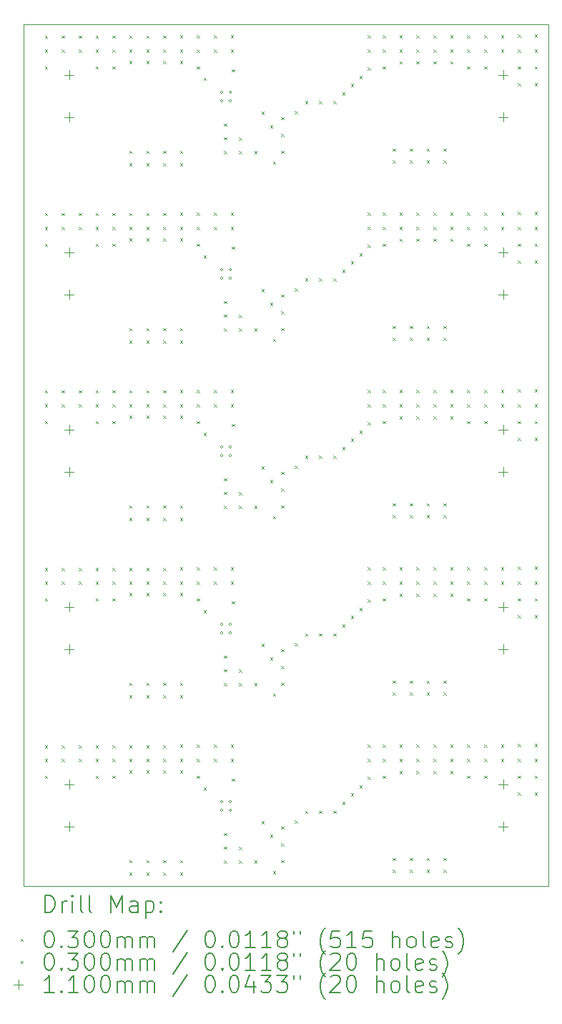
<source format=gbr>
%TF.GenerationSoftware,KiCad,Pcbnew,9.0.4*%
%TF.CreationDate,2025-09-21T01:50:17+05:30*%
%TF.ProjectId,panel,70616e65-6c2e-46b6-9963-61645f706362,rev?*%
%TF.SameCoordinates,Original*%
%TF.FileFunction,Drillmap*%
%TF.FilePolarity,Positive*%
%FSLAX45Y45*%
G04 Gerber Fmt 4.5, Leading zero omitted, Abs format (unit mm)*
G04 Created by KiCad (PCBNEW 9.0.4) date 2025-09-21 01:50:17*
%MOMM*%
%LPD*%
G01*
G04 APERTURE LIST*
%ADD10C,0.050000*%
%ADD11C,0.200000*%
%ADD12C,0.100000*%
%ADD13C,0.110000*%
G04 APERTURE END LIST*
D10*
X11700000Y-3030000D02*
X17920000Y-3030000D01*
X17920000Y-13230000D01*
X11700000Y-13230000D01*
X11700000Y-3030000D01*
D11*
D12*
X11955000Y-3165000D02*
X11985000Y-3195000D01*
X11985000Y-3165000D02*
X11955000Y-3195000D01*
X11955000Y-3327675D02*
X11985000Y-3357675D01*
X11985000Y-3327675D02*
X11955000Y-3357675D01*
X11955000Y-3527675D02*
X11985000Y-3557675D01*
X11985000Y-3527675D02*
X11955000Y-3557675D01*
X11955000Y-5265000D02*
X11985000Y-5295000D01*
X11985000Y-5265000D02*
X11955000Y-5295000D01*
X11955000Y-5427675D02*
X11985000Y-5457675D01*
X11985000Y-5427675D02*
X11955000Y-5457675D01*
X11955000Y-5627675D02*
X11985000Y-5657675D01*
X11985000Y-5627675D02*
X11955000Y-5657675D01*
X11955000Y-7365000D02*
X11985000Y-7395000D01*
X11985000Y-7365000D02*
X11955000Y-7395000D01*
X11955000Y-7527675D02*
X11985000Y-7557675D01*
X11985000Y-7527675D02*
X11955000Y-7557675D01*
X11955000Y-7727675D02*
X11985000Y-7757675D01*
X11985000Y-7727675D02*
X11955000Y-7757675D01*
X11955000Y-9465000D02*
X11985000Y-9495000D01*
X11985000Y-9465000D02*
X11955000Y-9495000D01*
X11955000Y-9627675D02*
X11985000Y-9657675D01*
X11985000Y-9627675D02*
X11955000Y-9657675D01*
X11955000Y-9827675D02*
X11985000Y-9857675D01*
X11985000Y-9827675D02*
X11955000Y-9857675D01*
X11955000Y-11565000D02*
X11985000Y-11595000D01*
X11985000Y-11565000D02*
X11955000Y-11595000D01*
X11955000Y-11727675D02*
X11985000Y-11757675D01*
X11985000Y-11727675D02*
X11955000Y-11757675D01*
X11955000Y-11927675D02*
X11985000Y-11957675D01*
X11985000Y-11927675D02*
X11955000Y-11957675D01*
X12155000Y-3165000D02*
X12185000Y-3195000D01*
X12185000Y-3165000D02*
X12155000Y-3195000D01*
X12155000Y-3327675D02*
X12185000Y-3357675D01*
X12185000Y-3327675D02*
X12155000Y-3357675D01*
X12155000Y-5265000D02*
X12185000Y-5295000D01*
X12185000Y-5265000D02*
X12155000Y-5295000D01*
X12155000Y-5427675D02*
X12185000Y-5457675D01*
X12185000Y-5427675D02*
X12155000Y-5457675D01*
X12155000Y-7365000D02*
X12185000Y-7395000D01*
X12185000Y-7365000D02*
X12155000Y-7395000D01*
X12155000Y-7527675D02*
X12185000Y-7557675D01*
X12185000Y-7527675D02*
X12155000Y-7557675D01*
X12155000Y-9465000D02*
X12185000Y-9495000D01*
X12185000Y-9465000D02*
X12155000Y-9495000D01*
X12155000Y-9627675D02*
X12185000Y-9657675D01*
X12185000Y-9627675D02*
X12155000Y-9657675D01*
X12155000Y-11565000D02*
X12185000Y-11595000D01*
X12185000Y-11565000D02*
X12155000Y-11595000D01*
X12155000Y-11727675D02*
X12185000Y-11757675D01*
X12185000Y-11727675D02*
X12155000Y-11757675D01*
X12355000Y-3165000D02*
X12385000Y-3195000D01*
X12385000Y-3165000D02*
X12355000Y-3195000D01*
X12355000Y-3327675D02*
X12385000Y-3357675D01*
X12385000Y-3327675D02*
X12355000Y-3357675D01*
X12355000Y-5265000D02*
X12385000Y-5295000D01*
X12385000Y-5265000D02*
X12355000Y-5295000D01*
X12355000Y-5427675D02*
X12385000Y-5457675D01*
X12385000Y-5427675D02*
X12355000Y-5457675D01*
X12355000Y-7365000D02*
X12385000Y-7395000D01*
X12385000Y-7365000D02*
X12355000Y-7395000D01*
X12355000Y-7527675D02*
X12385000Y-7557675D01*
X12385000Y-7527675D02*
X12355000Y-7557675D01*
X12355000Y-9465000D02*
X12385000Y-9495000D01*
X12385000Y-9465000D02*
X12355000Y-9495000D01*
X12355000Y-9627675D02*
X12385000Y-9657675D01*
X12385000Y-9627675D02*
X12355000Y-9657675D01*
X12355000Y-11565000D02*
X12385000Y-11595000D01*
X12385000Y-11565000D02*
X12355000Y-11595000D01*
X12355000Y-11727675D02*
X12385000Y-11757675D01*
X12385000Y-11727675D02*
X12355000Y-11757675D01*
X12555000Y-3165000D02*
X12585000Y-3195000D01*
X12585000Y-3165000D02*
X12555000Y-3195000D01*
X12555000Y-3327675D02*
X12585000Y-3357675D01*
X12585000Y-3327675D02*
X12555000Y-3357675D01*
X12555000Y-3527675D02*
X12585000Y-3557675D01*
X12585000Y-3527675D02*
X12555000Y-3557675D01*
X12555000Y-5265000D02*
X12585000Y-5295000D01*
X12585000Y-5265000D02*
X12555000Y-5295000D01*
X12555000Y-5427675D02*
X12585000Y-5457675D01*
X12585000Y-5427675D02*
X12555000Y-5457675D01*
X12555000Y-5627675D02*
X12585000Y-5657675D01*
X12585000Y-5627675D02*
X12555000Y-5657675D01*
X12555000Y-7365000D02*
X12585000Y-7395000D01*
X12585000Y-7365000D02*
X12555000Y-7395000D01*
X12555000Y-7527675D02*
X12585000Y-7557675D01*
X12585000Y-7527675D02*
X12555000Y-7557675D01*
X12555000Y-7727675D02*
X12585000Y-7757675D01*
X12585000Y-7727675D02*
X12555000Y-7757675D01*
X12555000Y-9465000D02*
X12585000Y-9495000D01*
X12585000Y-9465000D02*
X12555000Y-9495000D01*
X12555000Y-9627675D02*
X12585000Y-9657675D01*
X12585000Y-9627675D02*
X12555000Y-9657675D01*
X12555000Y-9827675D02*
X12585000Y-9857675D01*
X12585000Y-9827675D02*
X12555000Y-9857675D01*
X12555000Y-11565000D02*
X12585000Y-11595000D01*
X12585000Y-11565000D02*
X12555000Y-11595000D01*
X12555000Y-11727675D02*
X12585000Y-11757675D01*
X12585000Y-11727675D02*
X12555000Y-11757675D01*
X12555000Y-11927675D02*
X12585000Y-11957675D01*
X12585000Y-11927675D02*
X12555000Y-11957675D01*
X12755000Y-3165000D02*
X12785000Y-3195000D01*
X12785000Y-3165000D02*
X12755000Y-3195000D01*
X12755000Y-3327675D02*
X12785000Y-3357675D01*
X12785000Y-3327675D02*
X12755000Y-3357675D01*
X12755000Y-3527675D02*
X12785000Y-3557675D01*
X12785000Y-3527675D02*
X12755000Y-3557675D01*
X12755000Y-5265000D02*
X12785000Y-5295000D01*
X12785000Y-5265000D02*
X12755000Y-5295000D01*
X12755000Y-5427675D02*
X12785000Y-5457675D01*
X12785000Y-5427675D02*
X12755000Y-5457675D01*
X12755000Y-5627675D02*
X12785000Y-5657675D01*
X12785000Y-5627675D02*
X12755000Y-5657675D01*
X12755000Y-7365000D02*
X12785000Y-7395000D01*
X12785000Y-7365000D02*
X12755000Y-7395000D01*
X12755000Y-7527675D02*
X12785000Y-7557675D01*
X12785000Y-7527675D02*
X12755000Y-7557675D01*
X12755000Y-7727675D02*
X12785000Y-7757675D01*
X12785000Y-7727675D02*
X12755000Y-7757675D01*
X12755000Y-9465000D02*
X12785000Y-9495000D01*
X12785000Y-9465000D02*
X12755000Y-9495000D01*
X12755000Y-9627675D02*
X12785000Y-9657675D01*
X12785000Y-9627675D02*
X12755000Y-9657675D01*
X12755000Y-9827675D02*
X12785000Y-9857675D01*
X12785000Y-9827675D02*
X12755000Y-9857675D01*
X12755000Y-11565000D02*
X12785000Y-11595000D01*
X12785000Y-11565000D02*
X12755000Y-11595000D01*
X12755000Y-11727675D02*
X12785000Y-11757675D01*
X12785000Y-11727675D02*
X12755000Y-11757675D01*
X12755000Y-11927675D02*
X12785000Y-11957675D01*
X12785000Y-11927675D02*
X12755000Y-11957675D01*
X12955000Y-3165000D02*
X12985000Y-3195000D01*
X12985000Y-3165000D02*
X12955000Y-3195000D01*
X12955000Y-3327675D02*
X12985000Y-3357675D01*
X12985000Y-3327675D02*
X12955000Y-3357675D01*
X12955000Y-3465000D02*
X12985000Y-3495000D01*
X12985000Y-3465000D02*
X12955000Y-3495000D01*
X12955000Y-4527675D02*
X12985000Y-4557675D01*
X12985000Y-4527675D02*
X12955000Y-4557675D01*
X12955000Y-4675000D02*
X12985000Y-4705000D01*
X12985000Y-4675000D02*
X12955000Y-4705000D01*
X12955000Y-5265000D02*
X12985000Y-5295000D01*
X12985000Y-5265000D02*
X12955000Y-5295000D01*
X12955000Y-5427675D02*
X12985000Y-5457675D01*
X12985000Y-5427675D02*
X12955000Y-5457675D01*
X12955000Y-5565000D02*
X12985000Y-5595000D01*
X12985000Y-5565000D02*
X12955000Y-5595000D01*
X12955000Y-6627675D02*
X12985000Y-6657675D01*
X12985000Y-6627675D02*
X12955000Y-6657675D01*
X12955000Y-6775000D02*
X12985000Y-6805000D01*
X12985000Y-6775000D02*
X12955000Y-6805000D01*
X12955000Y-7365000D02*
X12985000Y-7395000D01*
X12985000Y-7365000D02*
X12955000Y-7395000D01*
X12955000Y-7527675D02*
X12985000Y-7557675D01*
X12985000Y-7527675D02*
X12955000Y-7557675D01*
X12955000Y-7665000D02*
X12985000Y-7695000D01*
X12985000Y-7665000D02*
X12955000Y-7695000D01*
X12955000Y-8727675D02*
X12985000Y-8757675D01*
X12985000Y-8727675D02*
X12955000Y-8757675D01*
X12955000Y-8875000D02*
X12985000Y-8905000D01*
X12985000Y-8875000D02*
X12955000Y-8905000D01*
X12955000Y-9465000D02*
X12985000Y-9495000D01*
X12985000Y-9465000D02*
X12955000Y-9495000D01*
X12955000Y-9627675D02*
X12985000Y-9657675D01*
X12985000Y-9627675D02*
X12955000Y-9657675D01*
X12955000Y-9765000D02*
X12985000Y-9795000D01*
X12985000Y-9765000D02*
X12955000Y-9795000D01*
X12955000Y-10827675D02*
X12985000Y-10857675D01*
X12985000Y-10827675D02*
X12955000Y-10857675D01*
X12955000Y-10975000D02*
X12985000Y-11005000D01*
X12985000Y-10975000D02*
X12955000Y-11005000D01*
X12955000Y-11565000D02*
X12985000Y-11595000D01*
X12985000Y-11565000D02*
X12955000Y-11595000D01*
X12955000Y-11727675D02*
X12985000Y-11757675D01*
X12985000Y-11727675D02*
X12955000Y-11757675D01*
X12955000Y-11865000D02*
X12985000Y-11895000D01*
X12985000Y-11865000D02*
X12955000Y-11895000D01*
X12955000Y-12927675D02*
X12985000Y-12957675D01*
X12985000Y-12927675D02*
X12955000Y-12957675D01*
X12955000Y-13075000D02*
X12985000Y-13105000D01*
X12985000Y-13075000D02*
X12955000Y-13105000D01*
X13155000Y-3165000D02*
X13185000Y-3195000D01*
X13185000Y-3165000D02*
X13155000Y-3195000D01*
X13155000Y-3327675D02*
X13185000Y-3357675D01*
X13185000Y-3327675D02*
X13155000Y-3357675D01*
X13155000Y-3465000D02*
X13185000Y-3495000D01*
X13185000Y-3465000D02*
X13155000Y-3495000D01*
X13155000Y-4527675D02*
X13185000Y-4557675D01*
X13185000Y-4527675D02*
X13155000Y-4557675D01*
X13155000Y-4675000D02*
X13185000Y-4705000D01*
X13185000Y-4675000D02*
X13155000Y-4705000D01*
X13155000Y-5265000D02*
X13185000Y-5295000D01*
X13185000Y-5265000D02*
X13155000Y-5295000D01*
X13155000Y-5427675D02*
X13185000Y-5457675D01*
X13185000Y-5427675D02*
X13155000Y-5457675D01*
X13155000Y-5565000D02*
X13185000Y-5595000D01*
X13185000Y-5565000D02*
X13155000Y-5595000D01*
X13155000Y-6627675D02*
X13185000Y-6657675D01*
X13185000Y-6627675D02*
X13155000Y-6657675D01*
X13155000Y-6775000D02*
X13185000Y-6805000D01*
X13185000Y-6775000D02*
X13155000Y-6805000D01*
X13155000Y-7365000D02*
X13185000Y-7395000D01*
X13185000Y-7365000D02*
X13155000Y-7395000D01*
X13155000Y-7527675D02*
X13185000Y-7557675D01*
X13185000Y-7527675D02*
X13155000Y-7557675D01*
X13155000Y-7665000D02*
X13185000Y-7695000D01*
X13185000Y-7665000D02*
X13155000Y-7695000D01*
X13155000Y-8727675D02*
X13185000Y-8757675D01*
X13185000Y-8727675D02*
X13155000Y-8757675D01*
X13155000Y-8875000D02*
X13185000Y-8905000D01*
X13185000Y-8875000D02*
X13155000Y-8905000D01*
X13155000Y-9465000D02*
X13185000Y-9495000D01*
X13185000Y-9465000D02*
X13155000Y-9495000D01*
X13155000Y-9627675D02*
X13185000Y-9657675D01*
X13185000Y-9627675D02*
X13155000Y-9657675D01*
X13155000Y-9765000D02*
X13185000Y-9795000D01*
X13185000Y-9765000D02*
X13155000Y-9795000D01*
X13155000Y-10827675D02*
X13185000Y-10857675D01*
X13185000Y-10827675D02*
X13155000Y-10857675D01*
X13155000Y-10975000D02*
X13185000Y-11005000D01*
X13185000Y-10975000D02*
X13155000Y-11005000D01*
X13155000Y-11565000D02*
X13185000Y-11595000D01*
X13185000Y-11565000D02*
X13155000Y-11595000D01*
X13155000Y-11727675D02*
X13185000Y-11757675D01*
X13185000Y-11727675D02*
X13155000Y-11757675D01*
X13155000Y-11865000D02*
X13185000Y-11895000D01*
X13185000Y-11865000D02*
X13155000Y-11895000D01*
X13155000Y-12927675D02*
X13185000Y-12957675D01*
X13185000Y-12927675D02*
X13155000Y-12957675D01*
X13155000Y-13075000D02*
X13185000Y-13105000D01*
X13185000Y-13075000D02*
X13155000Y-13105000D01*
X13355000Y-3165000D02*
X13385000Y-3195000D01*
X13385000Y-3165000D02*
X13355000Y-3195000D01*
X13355000Y-3327675D02*
X13385000Y-3357675D01*
X13385000Y-3327675D02*
X13355000Y-3357675D01*
X13355000Y-3465000D02*
X13385000Y-3495000D01*
X13385000Y-3465000D02*
X13355000Y-3495000D01*
X13355000Y-4527675D02*
X13385000Y-4557675D01*
X13385000Y-4527675D02*
X13355000Y-4557675D01*
X13355000Y-4675000D02*
X13385000Y-4705000D01*
X13385000Y-4675000D02*
X13355000Y-4705000D01*
X13355000Y-5265000D02*
X13385000Y-5295000D01*
X13385000Y-5265000D02*
X13355000Y-5295000D01*
X13355000Y-5427675D02*
X13385000Y-5457675D01*
X13385000Y-5427675D02*
X13355000Y-5457675D01*
X13355000Y-5565000D02*
X13385000Y-5595000D01*
X13385000Y-5565000D02*
X13355000Y-5595000D01*
X13355000Y-6627675D02*
X13385000Y-6657675D01*
X13385000Y-6627675D02*
X13355000Y-6657675D01*
X13355000Y-6775000D02*
X13385000Y-6805000D01*
X13385000Y-6775000D02*
X13355000Y-6805000D01*
X13355000Y-7365000D02*
X13385000Y-7395000D01*
X13385000Y-7365000D02*
X13355000Y-7395000D01*
X13355000Y-7527675D02*
X13385000Y-7557675D01*
X13385000Y-7527675D02*
X13355000Y-7557675D01*
X13355000Y-7665000D02*
X13385000Y-7695000D01*
X13385000Y-7665000D02*
X13355000Y-7695000D01*
X13355000Y-8727675D02*
X13385000Y-8757675D01*
X13385000Y-8727675D02*
X13355000Y-8757675D01*
X13355000Y-8875000D02*
X13385000Y-8905000D01*
X13385000Y-8875000D02*
X13355000Y-8905000D01*
X13355000Y-9465000D02*
X13385000Y-9495000D01*
X13385000Y-9465000D02*
X13355000Y-9495000D01*
X13355000Y-9627675D02*
X13385000Y-9657675D01*
X13385000Y-9627675D02*
X13355000Y-9657675D01*
X13355000Y-9765000D02*
X13385000Y-9795000D01*
X13385000Y-9765000D02*
X13355000Y-9795000D01*
X13355000Y-10827675D02*
X13385000Y-10857675D01*
X13385000Y-10827675D02*
X13355000Y-10857675D01*
X13355000Y-10975000D02*
X13385000Y-11005000D01*
X13385000Y-10975000D02*
X13355000Y-11005000D01*
X13355000Y-11565000D02*
X13385000Y-11595000D01*
X13385000Y-11565000D02*
X13355000Y-11595000D01*
X13355000Y-11727675D02*
X13385000Y-11757675D01*
X13385000Y-11727675D02*
X13355000Y-11757675D01*
X13355000Y-11865000D02*
X13385000Y-11895000D01*
X13385000Y-11865000D02*
X13355000Y-11895000D01*
X13355000Y-12927675D02*
X13385000Y-12957675D01*
X13385000Y-12927675D02*
X13355000Y-12957675D01*
X13355000Y-13075000D02*
X13385000Y-13105000D01*
X13385000Y-13075000D02*
X13355000Y-13105000D01*
X13555000Y-3160000D02*
X13585000Y-3190000D01*
X13585000Y-3160000D02*
X13555000Y-3190000D01*
X13555000Y-3327675D02*
X13585000Y-3357675D01*
X13585000Y-3327675D02*
X13555000Y-3357675D01*
X13555000Y-3465000D02*
X13585000Y-3495000D01*
X13585000Y-3465000D02*
X13555000Y-3495000D01*
X13555000Y-4527675D02*
X13585000Y-4557675D01*
X13585000Y-4527675D02*
X13555000Y-4557675D01*
X13555000Y-4675000D02*
X13585000Y-4705000D01*
X13585000Y-4675000D02*
X13555000Y-4705000D01*
X13555000Y-5260000D02*
X13585000Y-5290000D01*
X13585000Y-5260000D02*
X13555000Y-5290000D01*
X13555000Y-5427675D02*
X13585000Y-5457675D01*
X13585000Y-5427675D02*
X13555000Y-5457675D01*
X13555000Y-5565000D02*
X13585000Y-5595000D01*
X13585000Y-5565000D02*
X13555000Y-5595000D01*
X13555000Y-6627675D02*
X13585000Y-6657675D01*
X13585000Y-6627675D02*
X13555000Y-6657675D01*
X13555000Y-6775000D02*
X13585000Y-6805000D01*
X13585000Y-6775000D02*
X13555000Y-6805000D01*
X13555000Y-7360000D02*
X13585000Y-7390000D01*
X13585000Y-7360000D02*
X13555000Y-7390000D01*
X13555000Y-7527675D02*
X13585000Y-7557675D01*
X13585000Y-7527675D02*
X13555000Y-7557675D01*
X13555000Y-7665000D02*
X13585000Y-7695000D01*
X13585000Y-7665000D02*
X13555000Y-7695000D01*
X13555000Y-8727675D02*
X13585000Y-8757675D01*
X13585000Y-8727675D02*
X13555000Y-8757675D01*
X13555000Y-8875000D02*
X13585000Y-8905000D01*
X13585000Y-8875000D02*
X13555000Y-8905000D01*
X13555000Y-9460000D02*
X13585000Y-9490000D01*
X13585000Y-9460000D02*
X13555000Y-9490000D01*
X13555000Y-9627675D02*
X13585000Y-9657675D01*
X13585000Y-9627675D02*
X13555000Y-9657675D01*
X13555000Y-9765000D02*
X13585000Y-9795000D01*
X13585000Y-9765000D02*
X13555000Y-9795000D01*
X13555000Y-10827675D02*
X13585000Y-10857675D01*
X13585000Y-10827675D02*
X13555000Y-10857675D01*
X13555000Y-10975000D02*
X13585000Y-11005000D01*
X13585000Y-10975000D02*
X13555000Y-11005000D01*
X13555000Y-11560000D02*
X13585000Y-11590000D01*
X13585000Y-11560000D02*
X13555000Y-11590000D01*
X13555000Y-11727675D02*
X13585000Y-11757675D01*
X13585000Y-11727675D02*
X13555000Y-11757675D01*
X13555000Y-11865000D02*
X13585000Y-11895000D01*
X13585000Y-11865000D02*
X13555000Y-11895000D01*
X13555000Y-12927675D02*
X13585000Y-12957675D01*
X13585000Y-12927675D02*
X13555000Y-12957675D01*
X13555000Y-13075000D02*
X13585000Y-13105000D01*
X13585000Y-13075000D02*
X13555000Y-13105000D01*
X13755000Y-3160000D02*
X13785000Y-3190000D01*
X13785000Y-3160000D02*
X13755000Y-3190000D01*
X13755000Y-3327675D02*
X13785000Y-3357675D01*
X13785000Y-3327675D02*
X13755000Y-3357675D01*
X13755000Y-3527675D02*
X13785000Y-3557675D01*
X13785000Y-3527675D02*
X13755000Y-3557675D01*
X13755000Y-5260000D02*
X13785000Y-5290000D01*
X13785000Y-5260000D02*
X13755000Y-5290000D01*
X13755000Y-5427675D02*
X13785000Y-5457675D01*
X13785000Y-5427675D02*
X13755000Y-5457675D01*
X13755000Y-5627675D02*
X13785000Y-5657675D01*
X13785000Y-5627675D02*
X13755000Y-5657675D01*
X13755000Y-7360000D02*
X13785000Y-7390000D01*
X13785000Y-7360000D02*
X13755000Y-7390000D01*
X13755000Y-7527675D02*
X13785000Y-7557675D01*
X13785000Y-7527675D02*
X13755000Y-7557675D01*
X13755000Y-7727675D02*
X13785000Y-7757675D01*
X13785000Y-7727675D02*
X13755000Y-7757675D01*
X13755000Y-9460000D02*
X13785000Y-9490000D01*
X13785000Y-9460000D02*
X13755000Y-9490000D01*
X13755000Y-9627675D02*
X13785000Y-9657675D01*
X13785000Y-9627675D02*
X13755000Y-9657675D01*
X13755000Y-9827675D02*
X13785000Y-9857675D01*
X13785000Y-9827675D02*
X13755000Y-9857675D01*
X13755000Y-11560000D02*
X13785000Y-11590000D01*
X13785000Y-11560000D02*
X13755000Y-11590000D01*
X13755000Y-11727675D02*
X13785000Y-11757675D01*
X13785000Y-11727675D02*
X13755000Y-11757675D01*
X13755000Y-11927675D02*
X13785000Y-11957675D01*
X13785000Y-11927675D02*
X13755000Y-11957675D01*
X13835000Y-3665000D02*
X13865000Y-3695000D01*
X13865000Y-3665000D02*
X13835000Y-3695000D01*
X13835000Y-5765000D02*
X13865000Y-5795000D01*
X13865000Y-5765000D02*
X13835000Y-5795000D01*
X13835000Y-7865000D02*
X13865000Y-7895000D01*
X13865000Y-7865000D02*
X13835000Y-7895000D01*
X13835000Y-9965000D02*
X13865000Y-9995000D01*
X13865000Y-9965000D02*
X13835000Y-9995000D01*
X13835000Y-12065000D02*
X13865000Y-12095000D01*
X13865000Y-12065000D02*
X13835000Y-12095000D01*
X13955000Y-3160000D02*
X13985000Y-3190000D01*
X13985000Y-3160000D02*
X13955000Y-3190000D01*
X13955000Y-3327675D02*
X13985000Y-3357675D01*
X13985000Y-3327675D02*
X13955000Y-3357675D01*
X13955000Y-5260000D02*
X13985000Y-5290000D01*
X13985000Y-5260000D02*
X13955000Y-5290000D01*
X13955000Y-5427675D02*
X13985000Y-5457675D01*
X13985000Y-5427675D02*
X13955000Y-5457675D01*
X13955000Y-7360000D02*
X13985000Y-7390000D01*
X13985000Y-7360000D02*
X13955000Y-7390000D01*
X13955000Y-7527675D02*
X13985000Y-7557675D01*
X13985000Y-7527675D02*
X13955000Y-7557675D01*
X13955000Y-9460000D02*
X13985000Y-9490000D01*
X13985000Y-9460000D02*
X13955000Y-9490000D01*
X13955000Y-9627675D02*
X13985000Y-9657675D01*
X13985000Y-9627675D02*
X13955000Y-9657675D01*
X13955000Y-11560000D02*
X13985000Y-11590000D01*
X13985000Y-11560000D02*
X13955000Y-11590000D01*
X13955000Y-11727675D02*
X13985000Y-11757675D01*
X13985000Y-11727675D02*
X13955000Y-11757675D01*
X14075000Y-4205000D02*
X14105000Y-4235000D01*
X14105000Y-4205000D02*
X14075000Y-4235000D01*
X14075000Y-4365000D02*
X14105000Y-4395000D01*
X14105000Y-4365000D02*
X14075000Y-4395000D01*
X14075000Y-4530000D02*
X14105000Y-4560000D01*
X14105000Y-4530000D02*
X14075000Y-4560000D01*
X14075000Y-6305000D02*
X14105000Y-6335000D01*
X14105000Y-6305000D02*
X14075000Y-6335000D01*
X14075000Y-6465000D02*
X14105000Y-6495000D01*
X14105000Y-6465000D02*
X14075000Y-6495000D01*
X14075000Y-6630000D02*
X14105000Y-6660000D01*
X14105000Y-6630000D02*
X14075000Y-6660000D01*
X14075000Y-8405000D02*
X14105000Y-8435000D01*
X14105000Y-8405000D02*
X14075000Y-8435000D01*
X14075000Y-8565000D02*
X14105000Y-8595000D01*
X14105000Y-8565000D02*
X14075000Y-8595000D01*
X14075000Y-8730000D02*
X14105000Y-8760000D01*
X14105000Y-8730000D02*
X14075000Y-8760000D01*
X14075000Y-10505000D02*
X14105000Y-10535000D01*
X14105000Y-10505000D02*
X14075000Y-10535000D01*
X14075000Y-10665000D02*
X14105000Y-10695000D01*
X14105000Y-10665000D02*
X14075000Y-10695000D01*
X14075000Y-10830000D02*
X14105000Y-10860000D01*
X14105000Y-10830000D02*
X14075000Y-10860000D01*
X14075000Y-12605000D02*
X14105000Y-12635000D01*
X14105000Y-12605000D02*
X14075000Y-12635000D01*
X14075000Y-12765000D02*
X14105000Y-12795000D01*
X14105000Y-12765000D02*
X14075000Y-12795000D01*
X14075000Y-12930000D02*
X14105000Y-12960000D01*
X14105000Y-12930000D02*
X14075000Y-12960000D01*
X14155000Y-3160000D02*
X14185000Y-3190000D01*
X14185000Y-3160000D02*
X14155000Y-3190000D01*
X14155000Y-3327675D02*
X14185000Y-3357675D01*
X14185000Y-3327675D02*
X14155000Y-3357675D01*
X14155000Y-5260000D02*
X14185000Y-5290000D01*
X14185000Y-5260000D02*
X14155000Y-5290000D01*
X14155000Y-5427675D02*
X14185000Y-5457675D01*
X14185000Y-5427675D02*
X14155000Y-5457675D01*
X14155000Y-7360000D02*
X14185000Y-7390000D01*
X14185000Y-7360000D02*
X14155000Y-7390000D01*
X14155000Y-7527675D02*
X14185000Y-7557675D01*
X14185000Y-7527675D02*
X14155000Y-7557675D01*
X14155000Y-9460000D02*
X14185000Y-9490000D01*
X14185000Y-9460000D02*
X14155000Y-9490000D01*
X14155000Y-9627675D02*
X14185000Y-9657675D01*
X14185000Y-9627675D02*
X14155000Y-9657675D01*
X14155000Y-11560000D02*
X14185000Y-11590000D01*
X14185000Y-11560000D02*
X14155000Y-11590000D01*
X14155000Y-11727675D02*
X14185000Y-11757675D01*
X14185000Y-11727675D02*
X14155000Y-11757675D01*
X14170000Y-3560000D02*
X14200000Y-3590000D01*
X14200000Y-3560000D02*
X14170000Y-3590000D01*
X14170000Y-5660000D02*
X14200000Y-5690000D01*
X14200000Y-5660000D02*
X14170000Y-5690000D01*
X14170000Y-7760000D02*
X14200000Y-7790000D01*
X14200000Y-7760000D02*
X14170000Y-7790000D01*
X14170000Y-9860000D02*
X14200000Y-9890000D01*
X14200000Y-9860000D02*
X14170000Y-9890000D01*
X14170000Y-11960000D02*
X14200000Y-11990000D01*
X14200000Y-11960000D02*
X14170000Y-11990000D01*
X14255000Y-4370000D02*
X14285000Y-4400000D01*
X14285000Y-4370000D02*
X14255000Y-4400000D01*
X14255000Y-4530000D02*
X14285000Y-4560000D01*
X14285000Y-4530000D02*
X14255000Y-4560000D01*
X14255000Y-6470000D02*
X14285000Y-6500000D01*
X14285000Y-6470000D02*
X14255000Y-6500000D01*
X14255000Y-6630000D02*
X14285000Y-6660000D01*
X14285000Y-6630000D02*
X14255000Y-6660000D01*
X14255000Y-8570000D02*
X14285000Y-8600000D01*
X14285000Y-8570000D02*
X14255000Y-8600000D01*
X14255000Y-8730000D02*
X14285000Y-8760000D01*
X14285000Y-8730000D02*
X14255000Y-8760000D01*
X14255000Y-10670000D02*
X14285000Y-10700000D01*
X14285000Y-10670000D02*
X14255000Y-10700000D01*
X14255000Y-10830000D02*
X14285000Y-10860000D01*
X14285000Y-10830000D02*
X14255000Y-10860000D01*
X14255000Y-12770000D02*
X14285000Y-12800000D01*
X14285000Y-12770000D02*
X14255000Y-12800000D01*
X14255000Y-12930000D02*
X14285000Y-12960000D01*
X14285000Y-12930000D02*
X14255000Y-12960000D01*
X14435000Y-4530000D02*
X14465000Y-4560000D01*
X14465000Y-4530000D02*
X14435000Y-4560000D01*
X14435000Y-6630000D02*
X14465000Y-6660000D01*
X14465000Y-6630000D02*
X14435000Y-6660000D01*
X14435000Y-8730000D02*
X14465000Y-8760000D01*
X14465000Y-8730000D02*
X14435000Y-8760000D01*
X14435000Y-10830000D02*
X14465000Y-10860000D01*
X14465000Y-10830000D02*
X14435000Y-10860000D01*
X14435000Y-12930000D02*
X14465000Y-12960000D01*
X14465000Y-12930000D02*
X14435000Y-12960000D01*
X14520000Y-4065000D02*
X14550000Y-4095000D01*
X14550000Y-4065000D02*
X14520000Y-4095000D01*
X14520000Y-6165000D02*
X14550000Y-6195000D01*
X14550000Y-6165000D02*
X14520000Y-6195000D01*
X14520000Y-8265000D02*
X14550000Y-8295000D01*
X14550000Y-8265000D02*
X14520000Y-8295000D01*
X14520000Y-10365000D02*
X14550000Y-10395000D01*
X14550000Y-10365000D02*
X14520000Y-10395000D01*
X14520000Y-12465000D02*
X14550000Y-12495000D01*
X14550000Y-12465000D02*
X14520000Y-12495000D01*
X14620000Y-4225000D02*
X14650000Y-4255000D01*
X14650000Y-4225000D02*
X14620000Y-4255000D01*
X14620000Y-6325000D02*
X14650000Y-6355000D01*
X14650000Y-6325000D02*
X14620000Y-6355000D01*
X14620000Y-8425000D02*
X14650000Y-8455000D01*
X14650000Y-8425000D02*
X14620000Y-8455000D01*
X14620000Y-10525000D02*
X14650000Y-10555000D01*
X14650000Y-10525000D02*
X14620000Y-10555000D01*
X14620000Y-12625000D02*
X14650000Y-12655000D01*
X14650000Y-12625000D02*
X14620000Y-12655000D01*
X14655000Y-4655000D02*
X14685000Y-4685000D01*
X14685000Y-4655000D02*
X14655000Y-4685000D01*
X14655000Y-6755000D02*
X14685000Y-6785000D01*
X14685000Y-6755000D02*
X14655000Y-6785000D01*
X14655000Y-8855000D02*
X14685000Y-8885000D01*
X14685000Y-8855000D02*
X14655000Y-8885000D01*
X14655000Y-10955000D02*
X14685000Y-10985000D01*
X14685000Y-10955000D02*
X14655000Y-10985000D01*
X14655000Y-13055000D02*
X14685000Y-13085000D01*
X14685000Y-13055000D02*
X14655000Y-13085000D01*
X14755000Y-4127675D02*
X14785000Y-4157675D01*
X14785000Y-4127675D02*
X14755000Y-4157675D01*
X14755000Y-4327675D02*
X14785000Y-4357675D01*
X14785000Y-4327675D02*
X14755000Y-4357675D01*
X14755000Y-4527675D02*
X14785000Y-4557675D01*
X14785000Y-4527675D02*
X14755000Y-4557675D01*
X14755000Y-6227675D02*
X14785000Y-6257675D01*
X14785000Y-6227675D02*
X14755000Y-6257675D01*
X14755000Y-6427675D02*
X14785000Y-6457675D01*
X14785000Y-6427675D02*
X14755000Y-6457675D01*
X14755000Y-6627675D02*
X14785000Y-6657675D01*
X14785000Y-6627675D02*
X14755000Y-6657675D01*
X14755000Y-8327675D02*
X14785000Y-8357675D01*
X14785000Y-8327675D02*
X14755000Y-8357675D01*
X14755000Y-8527675D02*
X14785000Y-8557675D01*
X14785000Y-8527675D02*
X14755000Y-8557675D01*
X14755000Y-8727675D02*
X14785000Y-8757675D01*
X14785000Y-8727675D02*
X14755000Y-8757675D01*
X14755000Y-10427675D02*
X14785000Y-10457675D01*
X14785000Y-10427675D02*
X14755000Y-10457675D01*
X14755000Y-10627675D02*
X14785000Y-10657675D01*
X14785000Y-10627675D02*
X14755000Y-10657675D01*
X14755000Y-10827675D02*
X14785000Y-10857675D01*
X14785000Y-10827675D02*
X14755000Y-10857675D01*
X14755000Y-12527675D02*
X14785000Y-12557675D01*
X14785000Y-12527675D02*
X14755000Y-12557675D01*
X14755000Y-12727675D02*
X14785000Y-12757675D01*
X14785000Y-12727675D02*
X14755000Y-12757675D01*
X14755000Y-12927675D02*
X14785000Y-12957675D01*
X14785000Y-12927675D02*
X14755000Y-12957675D01*
X14915000Y-4055000D02*
X14945000Y-4085000D01*
X14945000Y-4055000D02*
X14915000Y-4085000D01*
X14915000Y-6155000D02*
X14945000Y-6185000D01*
X14945000Y-6155000D02*
X14915000Y-6185000D01*
X14915000Y-8255000D02*
X14945000Y-8285000D01*
X14945000Y-8255000D02*
X14915000Y-8285000D01*
X14915000Y-10355000D02*
X14945000Y-10385000D01*
X14945000Y-10355000D02*
X14915000Y-10385000D01*
X14915000Y-12455000D02*
X14945000Y-12485000D01*
X14945000Y-12455000D02*
X14915000Y-12485000D01*
X15035000Y-3940000D02*
X15065000Y-3970000D01*
X15065000Y-3940000D02*
X15035000Y-3970000D01*
X15035000Y-6040000D02*
X15065000Y-6070000D01*
X15065000Y-6040000D02*
X15035000Y-6070000D01*
X15035000Y-8140000D02*
X15065000Y-8170000D01*
X15065000Y-8140000D02*
X15035000Y-8170000D01*
X15035000Y-10240000D02*
X15065000Y-10270000D01*
X15065000Y-10240000D02*
X15035000Y-10270000D01*
X15035000Y-12340000D02*
X15065000Y-12370000D01*
X15065000Y-12340000D02*
X15035000Y-12370000D01*
X15200000Y-3940000D02*
X15230000Y-3970000D01*
X15230000Y-3940000D02*
X15200000Y-3970000D01*
X15200000Y-6040000D02*
X15230000Y-6070000D01*
X15230000Y-6040000D02*
X15200000Y-6070000D01*
X15200000Y-8140000D02*
X15230000Y-8170000D01*
X15230000Y-8140000D02*
X15200000Y-8170000D01*
X15200000Y-10240000D02*
X15230000Y-10270000D01*
X15230000Y-10240000D02*
X15200000Y-10270000D01*
X15200000Y-12340000D02*
X15230000Y-12370000D01*
X15230000Y-12340000D02*
X15200000Y-12370000D01*
X15370000Y-3940000D02*
X15400000Y-3970000D01*
X15400000Y-3940000D02*
X15370000Y-3970000D01*
X15370000Y-6040000D02*
X15400000Y-6070000D01*
X15400000Y-6040000D02*
X15370000Y-6070000D01*
X15370000Y-8140000D02*
X15400000Y-8170000D01*
X15400000Y-8140000D02*
X15370000Y-8170000D01*
X15370000Y-10240000D02*
X15400000Y-10270000D01*
X15400000Y-10240000D02*
X15370000Y-10270000D01*
X15370000Y-12340000D02*
X15400000Y-12370000D01*
X15400000Y-12340000D02*
X15370000Y-12370000D01*
X15475000Y-3835000D02*
X15505000Y-3865000D01*
X15505000Y-3835000D02*
X15475000Y-3865000D01*
X15475000Y-5935000D02*
X15505000Y-5965000D01*
X15505000Y-5935000D02*
X15475000Y-5965000D01*
X15475000Y-8035000D02*
X15505000Y-8065000D01*
X15505000Y-8035000D02*
X15475000Y-8065000D01*
X15475000Y-10135000D02*
X15505000Y-10165000D01*
X15505000Y-10135000D02*
X15475000Y-10165000D01*
X15475000Y-12235000D02*
X15505000Y-12265000D01*
X15505000Y-12235000D02*
X15475000Y-12265000D01*
X15580000Y-3735000D02*
X15610000Y-3765000D01*
X15610000Y-3735000D02*
X15580000Y-3765000D01*
X15580000Y-5835000D02*
X15610000Y-5865000D01*
X15610000Y-5835000D02*
X15580000Y-5865000D01*
X15580000Y-7935000D02*
X15610000Y-7965000D01*
X15610000Y-7935000D02*
X15580000Y-7965000D01*
X15580000Y-10035000D02*
X15610000Y-10065000D01*
X15610000Y-10035000D02*
X15580000Y-10065000D01*
X15580000Y-12135000D02*
X15610000Y-12165000D01*
X15610000Y-12135000D02*
X15580000Y-12165000D01*
X15680000Y-3640000D02*
X15710000Y-3670000D01*
X15710000Y-3640000D02*
X15680000Y-3670000D01*
X15680000Y-5740000D02*
X15710000Y-5770000D01*
X15710000Y-5740000D02*
X15680000Y-5770000D01*
X15680000Y-7840000D02*
X15710000Y-7870000D01*
X15710000Y-7840000D02*
X15680000Y-7870000D01*
X15680000Y-9940000D02*
X15710000Y-9970000D01*
X15710000Y-9940000D02*
X15680000Y-9970000D01*
X15680000Y-12040000D02*
X15710000Y-12070000D01*
X15710000Y-12040000D02*
X15680000Y-12070000D01*
X15775000Y-3160000D02*
X15805000Y-3190000D01*
X15805000Y-3160000D02*
X15775000Y-3190000D01*
X15775000Y-3330000D02*
X15805000Y-3360000D01*
X15805000Y-3330000D02*
X15775000Y-3360000D01*
X15775000Y-3540000D02*
X15805000Y-3570000D01*
X15805000Y-3540000D02*
X15775000Y-3570000D01*
X15775000Y-5260000D02*
X15805000Y-5290000D01*
X15805000Y-5260000D02*
X15775000Y-5290000D01*
X15775000Y-5430000D02*
X15805000Y-5460000D01*
X15805000Y-5430000D02*
X15775000Y-5460000D01*
X15775000Y-5640000D02*
X15805000Y-5670000D01*
X15805000Y-5640000D02*
X15775000Y-5670000D01*
X15775000Y-7360000D02*
X15805000Y-7390000D01*
X15805000Y-7360000D02*
X15775000Y-7390000D01*
X15775000Y-7530000D02*
X15805000Y-7560000D01*
X15805000Y-7530000D02*
X15775000Y-7560000D01*
X15775000Y-7740000D02*
X15805000Y-7770000D01*
X15805000Y-7740000D02*
X15775000Y-7770000D01*
X15775000Y-9460000D02*
X15805000Y-9490000D01*
X15805000Y-9460000D02*
X15775000Y-9490000D01*
X15775000Y-9630000D02*
X15805000Y-9660000D01*
X15805000Y-9630000D02*
X15775000Y-9660000D01*
X15775000Y-9840000D02*
X15805000Y-9870000D01*
X15805000Y-9840000D02*
X15775000Y-9870000D01*
X15775000Y-11560000D02*
X15805000Y-11590000D01*
X15805000Y-11560000D02*
X15775000Y-11590000D01*
X15775000Y-11730000D02*
X15805000Y-11760000D01*
X15805000Y-11730000D02*
X15775000Y-11760000D01*
X15775000Y-11940000D02*
X15805000Y-11970000D01*
X15805000Y-11940000D02*
X15775000Y-11970000D01*
X15955000Y-3160000D02*
X15985000Y-3190000D01*
X15985000Y-3160000D02*
X15955000Y-3190000D01*
X15955000Y-3327675D02*
X15985000Y-3357675D01*
X15985000Y-3327675D02*
X15955000Y-3357675D01*
X15955000Y-3527675D02*
X15985000Y-3557675D01*
X15985000Y-3527675D02*
X15955000Y-3557675D01*
X15955000Y-5260000D02*
X15985000Y-5290000D01*
X15985000Y-5260000D02*
X15955000Y-5290000D01*
X15955000Y-5427675D02*
X15985000Y-5457675D01*
X15985000Y-5427675D02*
X15955000Y-5457675D01*
X15955000Y-5627675D02*
X15985000Y-5657675D01*
X15985000Y-5627675D02*
X15955000Y-5657675D01*
X15955000Y-7360000D02*
X15985000Y-7390000D01*
X15985000Y-7360000D02*
X15955000Y-7390000D01*
X15955000Y-7527675D02*
X15985000Y-7557675D01*
X15985000Y-7527675D02*
X15955000Y-7557675D01*
X15955000Y-7727675D02*
X15985000Y-7757675D01*
X15985000Y-7727675D02*
X15955000Y-7757675D01*
X15955000Y-9460000D02*
X15985000Y-9490000D01*
X15985000Y-9460000D02*
X15955000Y-9490000D01*
X15955000Y-9627675D02*
X15985000Y-9657675D01*
X15985000Y-9627675D02*
X15955000Y-9657675D01*
X15955000Y-9827675D02*
X15985000Y-9857675D01*
X15985000Y-9827675D02*
X15955000Y-9857675D01*
X15955000Y-11560000D02*
X15985000Y-11590000D01*
X15985000Y-11560000D02*
X15955000Y-11590000D01*
X15955000Y-11727675D02*
X15985000Y-11757675D01*
X15985000Y-11727675D02*
X15955000Y-11757675D01*
X15955000Y-11927675D02*
X15985000Y-11957675D01*
X15985000Y-11927675D02*
X15955000Y-11957675D01*
X16075000Y-4500000D02*
X16105000Y-4530000D01*
X16105000Y-4500000D02*
X16075000Y-4530000D01*
X16075000Y-4640000D02*
X16105000Y-4670000D01*
X16105000Y-4640000D02*
X16075000Y-4670000D01*
X16075000Y-6600000D02*
X16105000Y-6630000D01*
X16105000Y-6600000D02*
X16075000Y-6630000D01*
X16075000Y-6740000D02*
X16105000Y-6770000D01*
X16105000Y-6740000D02*
X16075000Y-6770000D01*
X16075000Y-8700000D02*
X16105000Y-8730000D01*
X16105000Y-8700000D02*
X16075000Y-8730000D01*
X16075000Y-8840000D02*
X16105000Y-8870000D01*
X16105000Y-8840000D02*
X16075000Y-8870000D01*
X16075000Y-10800000D02*
X16105000Y-10830000D01*
X16105000Y-10800000D02*
X16075000Y-10830000D01*
X16075000Y-10940000D02*
X16105000Y-10970000D01*
X16105000Y-10940000D02*
X16075000Y-10970000D01*
X16075000Y-12900000D02*
X16105000Y-12930000D01*
X16105000Y-12900000D02*
X16075000Y-12930000D01*
X16075000Y-13040000D02*
X16105000Y-13070000D01*
X16105000Y-13040000D02*
X16075000Y-13070000D01*
X16155000Y-3160000D02*
X16185000Y-3190000D01*
X16185000Y-3160000D02*
X16155000Y-3190000D01*
X16155000Y-3327675D02*
X16185000Y-3357675D01*
X16185000Y-3327675D02*
X16155000Y-3357675D01*
X16155000Y-3470000D02*
X16185000Y-3500000D01*
X16185000Y-3470000D02*
X16155000Y-3500000D01*
X16155000Y-5260000D02*
X16185000Y-5290000D01*
X16185000Y-5260000D02*
X16155000Y-5290000D01*
X16155000Y-5427675D02*
X16185000Y-5457675D01*
X16185000Y-5427675D02*
X16155000Y-5457675D01*
X16155000Y-5570000D02*
X16185000Y-5600000D01*
X16185000Y-5570000D02*
X16155000Y-5600000D01*
X16155000Y-7360000D02*
X16185000Y-7390000D01*
X16185000Y-7360000D02*
X16155000Y-7390000D01*
X16155000Y-7527675D02*
X16185000Y-7557675D01*
X16185000Y-7527675D02*
X16155000Y-7557675D01*
X16155000Y-7670000D02*
X16185000Y-7700000D01*
X16185000Y-7670000D02*
X16155000Y-7700000D01*
X16155000Y-9460000D02*
X16185000Y-9490000D01*
X16185000Y-9460000D02*
X16155000Y-9490000D01*
X16155000Y-9627675D02*
X16185000Y-9657675D01*
X16185000Y-9627675D02*
X16155000Y-9657675D01*
X16155000Y-9770000D02*
X16185000Y-9800000D01*
X16185000Y-9770000D02*
X16155000Y-9800000D01*
X16155000Y-11560000D02*
X16185000Y-11590000D01*
X16185000Y-11560000D02*
X16155000Y-11590000D01*
X16155000Y-11727675D02*
X16185000Y-11757675D01*
X16185000Y-11727675D02*
X16155000Y-11757675D01*
X16155000Y-11870000D02*
X16185000Y-11900000D01*
X16185000Y-11870000D02*
X16155000Y-11900000D01*
X16275000Y-4500000D02*
X16305000Y-4530000D01*
X16305000Y-4500000D02*
X16275000Y-4530000D01*
X16275000Y-4640000D02*
X16305000Y-4670000D01*
X16305000Y-4640000D02*
X16275000Y-4670000D01*
X16275000Y-6600000D02*
X16305000Y-6630000D01*
X16305000Y-6600000D02*
X16275000Y-6630000D01*
X16275000Y-6740000D02*
X16305000Y-6770000D01*
X16305000Y-6740000D02*
X16275000Y-6770000D01*
X16275000Y-8700000D02*
X16305000Y-8730000D01*
X16305000Y-8700000D02*
X16275000Y-8730000D01*
X16275000Y-8840000D02*
X16305000Y-8870000D01*
X16305000Y-8840000D02*
X16275000Y-8870000D01*
X16275000Y-10800000D02*
X16305000Y-10830000D01*
X16305000Y-10800000D02*
X16275000Y-10830000D01*
X16275000Y-10940000D02*
X16305000Y-10970000D01*
X16305000Y-10940000D02*
X16275000Y-10970000D01*
X16275000Y-12900000D02*
X16305000Y-12930000D01*
X16305000Y-12900000D02*
X16275000Y-12930000D01*
X16275000Y-13040000D02*
X16305000Y-13070000D01*
X16305000Y-13040000D02*
X16275000Y-13070000D01*
X16355000Y-3160000D02*
X16385000Y-3190000D01*
X16385000Y-3160000D02*
X16355000Y-3190000D01*
X16355000Y-3327675D02*
X16385000Y-3357675D01*
X16385000Y-3327675D02*
X16355000Y-3357675D01*
X16355000Y-3470000D02*
X16385000Y-3500000D01*
X16385000Y-3470000D02*
X16355000Y-3500000D01*
X16355000Y-5260000D02*
X16385000Y-5290000D01*
X16385000Y-5260000D02*
X16355000Y-5290000D01*
X16355000Y-5427675D02*
X16385000Y-5457675D01*
X16385000Y-5427675D02*
X16355000Y-5457675D01*
X16355000Y-5570000D02*
X16385000Y-5600000D01*
X16385000Y-5570000D02*
X16355000Y-5600000D01*
X16355000Y-7360000D02*
X16385000Y-7390000D01*
X16385000Y-7360000D02*
X16355000Y-7390000D01*
X16355000Y-7527675D02*
X16385000Y-7557675D01*
X16385000Y-7527675D02*
X16355000Y-7557675D01*
X16355000Y-7670000D02*
X16385000Y-7700000D01*
X16385000Y-7670000D02*
X16355000Y-7700000D01*
X16355000Y-9460000D02*
X16385000Y-9490000D01*
X16385000Y-9460000D02*
X16355000Y-9490000D01*
X16355000Y-9627675D02*
X16385000Y-9657675D01*
X16385000Y-9627675D02*
X16355000Y-9657675D01*
X16355000Y-9770000D02*
X16385000Y-9800000D01*
X16385000Y-9770000D02*
X16355000Y-9800000D01*
X16355000Y-11560000D02*
X16385000Y-11590000D01*
X16385000Y-11560000D02*
X16355000Y-11590000D01*
X16355000Y-11727675D02*
X16385000Y-11757675D01*
X16385000Y-11727675D02*
X16355000Y-11757675D01*
X16355000Y-11870000D02*
X16385000Y-11900000D01*
X16385000Y-11870000D02*
X16355000Y-11900000D01*
X16475000Y-4500000D02*
X16505000Y-4530000D01*
X16505000Y-4500000D02*
X16475000Y-4530000D01*
X16475000Y-4640000D02*
X16505000Y-4670000D01*
X16505000Y-4640000D02*
X16475000Y-4670000D01*
X16475000Y-6600000D02*
X16505000Y-6630000D01*
X16505000Y-6600000D02*
X16475000Y-6630000D01*
X16475000Y-6740000D02*
X16505000Y-6770000D01*
X16505000Y-6740000D02*
X16475000Y-6770000D01*
X16475000Y-8700000D02*
X16505000Y-8730000D01*
X16505000Y-8700000D02*
X16475000Y-8730000D01*
X16475000Y-8840000D02*
X16505000Y-8870000D01*
X16505000Y-8840000D02*
X16475000Y-8870000D01*
X16475000Y-10800000D02*
X16505000Y-10830000D01*
X16505000Y-10800000D02*
X16475000Y-10830000D01*
X16475000Y-10940000D02*
X16505000Y-10970000D01*
X16505000Y-10940000D02*
X16475000Y-10970000D01*
X16475000Y-12900000D02*
X16505000Y-12930000D01*
X16505000Y-12900000D02*
X16475000Y-12930000D01*
X16475000Y-13040000D02*
X16505000Y-13070000D01*
X16505000Y-13040000D02*
X16475000Y-13070000D01*
X16555000Y-3160000D02*
X16585000Y-3190000D01*
X16585000Y-3160000D02*
X16555000Y-3190000D01*
X16555000Y-3327675D02*
X16585000Y-3357675D01*
X16585000Y-3327675D02*
X16555000Y-3357675D01*
X16555000Y-3470000D02*
X16585000Y-3500000D01*
X16585000Y-3470000D02*
X16555000Y-3500000D01*
X16555000Y-5260000D02*
X16585000Y-5290000D01*
X16585000Y-5260000D02*
X16555000Y-5290000D01*
X16555000Y-5427675D02*
X16585000Y-5457675D01*
X16585000Y-5427675D02*
X16555000Y-5457675D01*
X16555000Y-5570000D02*
X16585000Y-5600000D01*
X16585000Y-5570000D02*
X16555000Y-5600000D01*
X16555000Y-7360000D02*
X16585000Y-7390000D01*
X16585000Y-7360000D02*
X16555000Y-7390000D01*
X16555000Y-7527675D02*
X16585000Y-7557675D01*
X16585000Y-7527675D02*
X16555000Y-7557675D01*
X16555000Y-7670000D02*
X16585000Y-7700000D01*
X16585000Y-7670000D02*
X16555000Y-7700000D01*
X16555000Y-9460000D02*
X16585000Y-9490000D01*
X16585000Y-9460000D02*
X16555000Y-9490000D01*
X16555000Y-9627675D02*
X16585000Y-9657675D01*
X16585000Y-9627675D02*
X16555000Y-9657675D01*
X16555000Y-9770000D02*
X16585000Y-9800000D01*
X16585000Y-9770000D02*
X16555000Y-9800000D01*
X16555000Y-11560000D02*
X16585000Y-11590000D01*
X16585000Y-11560000D02*
X16555000Y-11590000D01*
X16555000Y-11727675D02*
X16585000Y-11757675D01*
X16585000Y-11727675D02*
X16555000Y-11757675D01*
X16555000Y-11870000D02*
X16585000Y-11900000D01*
X16585000Y-11870000D02*
X16555000Y-11900000D01*
X16675000Y-4500000D02*
X16705000Y-4530000D01*
X16705000Y-4500000D02*
X16675000Y-4530000D01*
X16675000Y-4640000D02*
X16705000Y-4670000D01*
X16705000Y-4640000D02*
X16675000Y-4670000D01*
X16675000Y-6600000D02*
X16705000Y-6630000D01*
X16705000Y-6600000D02*
X16675000Y-6630000D01*
X16675000Y-6740000D02*
X16705000Y-6770000D01*
X16705000Y-6740000D02*
X16675000Y-6770000D01*
X16675000Y-8700000D02*
X16705000Y-8730000D01*
X16705000Y-8700000D02*
X16675000Y-8730000D01*
X16675000Y-8840000D02*
X16705000Y-8870000D01*
X16705000Y-8840000D02*
X16675000Y-8870000D01*
X16675000Y-10800000D02*
X16705000Y-10830000D01*
X16705000Y-10800000D02*
X16675000Y-10830000D01*
X16675000Y-10940000D02*
X16705000Y-10970000D01*
X16705000Y-10940000D02*
X16675000Y-10970000D01*
X16675000Y-12900000D02*
X16705000Y-12930000D01*
X16705000Y-12900000D02*
X16675000Y-12930000D01*
X16675000Y-13040000D02*
X16705000Y-13070000D01*
X16705000Y-13040000D02*
X16675000Y-13070000D01*
X16755000Y-3160000D02*
X16785000Y-3190000D01*
X16785000Y-3160000D02*
X16755000Y-3190000D01*
X16755000Y-3327675D02*
X16785000Y-3357675D01*
X16785000Y-3327675D02*
X16755000Y-3357675D01*
X16755000Y-3470000D02*
X16785000Y-3500000D01*
X16785000Y-3470000D02*
X16755000Y-3500000D01*
X16755000Y-5260000D02*
X16785000Y-5290000D01*
X16785000Y-5260000D02*
X16755000Y-5290000D01*
X16755000Y-5427675D02*
X16785000Y-5457675D01*
X16785000Y-5427675D02*
X16755000Y-5457675D01*
X16755000Y-5570000D02*
X16785000Y-5600000D01*
X16785000Y-5570000D02*
X16755000Y-5600000D01*
X16755000Y-7360000D02*
X16785000Y-7390000D01*
X16785000Y-7360000D02*
X16755000Y-7390000D01*
X16755000Y-7527675D02*
X16785000Y-7557675D01*
X16785000Y-7527675D02*
X16755000Y-7557675D01*
X16755000Y-7670000D02*
X16785000Y-7700000D01*
X16785000Y-7670000D02*
X16755000Y-7700000D01*
X16755000Y-9460000D02*
X16785000Y-9490000D01*
X16785000Y-9460000D02*
X16755000Y-9490000D01*
X16755000Y-9627675D02*
X16785000Y-9657675D01*
X16785000Y-9627675D02*
X16755000Y-9657675D01*
X16755000Y-9770000D02*
X16785000Y-9800000D01*
X16785000Y-9770000D02*
X16755000Y-9800000D01*
X16755000Y-11560000D02*
X16785000Y-11590000D01*
X16785000Y-11560000D02*
X16755000Y-11590000D01*
X16755000Y-11727675D02*
X16785000Y-11757675D01*
X16785000Y-11727675D02*
X16755000Y-11757675D01*
X16755000Y-11870000D02*
X16785000Y-11900000D01*
X16785000Y-11870000D02*
X16755000Y-11900000D01*
X16955000Y-3160000D02*
X16985000Y-3190000D01*
X16985000Y-3160000D02*
X16955000Y-3190000D01*
X16955000Y-3327675D02*
X16985000Y-3357675D01*
X16985000Y-3327675D02*
X16955000Y-3357675D01*
X16955000Y-3527675D02*
X16985000Y-3557675D01*
X16985000Y-3527675D02*
X16955000Y-3557675D01*
X16955000Y-5260000D02*
X16985000Y-5290000D01*
X16985000Y-5260000D02*
X16955000Y-5290000D01*
X16955000Y-5427675D02*
X16985000Y-5457675D01*
X16985000Y-5427675D02*
X16955000Y-5457675D01*
X16955000Y-5627675D02*
X16985000Y-5657675D01*
X16985000Y-5627675D02*
X16955000Y-5657675D01*
X16955000Y-7360000D02*
X16985000Y-7390000D01*
X16985000Y-7360000D02*
X16955000Y-7390000D01*
X16955000Y-7527675D02*
X16985000Y-7557675D01*
X16985000Y-7527675D02*
X16955000Y-7557675D01*
X16955000Y-7727675D02*
X16985000Y-7757675D01*
X16985000Y-7727675D02*
X16955000Y-7757675D01*
X16955000Y-9460000D02*
X16985000Y-9490000D01*
X16985000Y-9460000D02*
X16955000Y-9490000D01*
X16955000Y-9627675D02*
X16985000Y-9657675D01*
X16985000Y-9627675D02*
X16955000Y-9657675D01*
X16955000Y-9827675D02*
X16985000Y-9857675D01*
X16985000Y-9827675D02*
X16955000Y-9857675D01*
X16955000Y-11560000D02*
X16985000Y-11590000D01*
X16985000Y-11560000D02*
X16955000Y-11590000D01*
X16955000Y-11727675D02*
X16985000Y-11757675D01*
X16985000Y-11727675D02*
X16955000Y-11757675D01*
X16955000Y-11927675D02*
X16985000Y-11957675D01*
X16985000Y-11927675D02*
X16955000Y-11957675D01*
X17155000Y-3160000D02*
X17185000Y-3190000D01*
X17185000Y-3160000D02*
X17155000Y-3190000D01*
X17155000Y-3327675D02*
X17185000Y-3357675D01*
X17185000Y-3327675D02*
X17155000Y-3357675D01*
X17155000Y-3527675D02*
X17185000Y-3557675D01*
X17185000Y-3527675D02*
X17155000Y-3557675D01*
X17155000Y-5260000D02*
X17185000Y-5290000D01*
X17185000Y-5260000D02*
X17155000Y-5290000D01*
X17155000Y-5427675D02*
X17185000Y-5457675D01*
X17185000Y-5427675D02*
X17155000Y-5457675D01*
X17155000Y-5627675D02*
X17185000Y-5657675D01*
X17185000Y-5627675D02*
X17155000Y-5657675D01*
X17155000Y-7360000D02*
X17185000Y-7390000D01*
X17185000Y-7360000D02*
X17155000Y-7390000D01*
X17155000Y-7527675D02*
X17185000Y-7557675D01*
X17185000Y-7527675D02*
X17155000Y-7557675D01*
X17155000Y-7727675D02*
X17185000Y-7757675D01*
X17185000Y-7727675D02*
X17155000Y-7757675D01*
X17155000Y-9460000D02*
X17185000Y-9490000D01*
X17185000Y-9460000D02*
X17155000Y-9490000D01*
X17155000Y-9627675D02*
X17185000Y-9657675D01*
X17185000Y-9627675D02*
X17155000Y-9657675D01*
X17155000Y-9827675D02*
X17185000Y-9857675D01*
X17185000Y-9827675D02*
X17155000Y-9857675D01*
X17155000Y-11560000D02*
X17185000Y-11590000D01*
X17185000Y-11560000D02*
X17155000Y-11590000D01*
X17155000Y-11727675D02*
X17185000Y-11757675D01*
X17185000Y-11727675D02*
X17155000Y-11757675D01*
X17155000Y-11927675D02*
X17185000Y-11957675D01*
X17185000Y-11927675D02*
X17155000Y-11957675D01*
X17355000Y-3160000D02*
X17385000Y-3190000D01*
X17385000Y-3160000D02*
X17355000Y-3190000D01*
X17355000Y-3327675D02*
X17385000Y-3357675D01*
X17385000Y-3327675D02*
X17355000Y-3357675D01*
X17355000Y-5260000D02*
X17385000Y-5290000D01*
X17385000Y-5260000D02*
X17355000Y-5290000D01*
X17355000Y-5427675D02*
X17385000Y-5457675D01*
X17385000Y-5427675D02*
X17355000Y-5457675D01*
X17355000Y-7360000D02*
X17385000Y-7390000D01*
X17385000Y-7360000D02*
X17355000Y-7390000D01*
X17355000Y-7527675D02*
X17385000Y-7557675D01*
X17385000Y-7527675D02*
X17355000Y-7557675D01*
X17355000Y-9460000D02*
X17385000Y-9490000D01*
X17385000Y-9460000D02*
X17355000Y-9490000D01*
X17355000Y-9627675D02*
X17385000Y-9657675D01*
X17385000Y-9627675D02*
X17355000Y-9657675D01*
X17355000Y-11560000D02*
X17385000Y-11590000D01*
X17385000Y-11560000D02*
X17355000Y-11590000D01*
X17355000Y-11727675D02*
X17385000Y-11757675D01*
X17385000Y-11727675D02*
X17355000Y-11757675D01*
X17555000Y-3150000D02*
X17585000Y-3180000D01*
X17585000Y-3150000D02*
X17555000Y-3180000D01*
X17555000Y-3327675D02*
X17585000Y-3357675D01*
X17585000Y-3327675D02*
X17555000Y-3357675D01*
X17555000Y-3527675D02*
X17585000Y-3557675D01*
X17585000Y-3527675D02*
X17555000Y-3557675D01*
X17555000Y-3727675D02*
X17585000Y-3757675D01*
X17585000Y-3727675D02*
X17555000Y-3757675D01*
X17555000Y-5250000D02*
X17585000Y-5280000D01*
X17585000Y-5250000D02*
X17555000Y-5280000D01*
X17555000Y-5427675D02*
X17585000Y-5457675D01*
X17585000Y-5427675D02*
X17555000Y-5457675D01*
X17555000Y-5627675D02*
X17585000Y-5657675D01*
X17585000Y-5627675D02*
X17555000Y-5657675D01*
X17555000Y-5827675D02*
X17585000Y-5857675D01*
X17585000Y-5827675D02*
X17555000Y-5857675D01*
X17555000Y-7350000D02*
X17585000Y-7380000D01*
X17585000Y-7350000D02*
X17555000Y-7380000D01*
X17555000Y-7527675D02*
X17585000Y-7557675D01*
X17585000Y-7527675D02*
X17555000Y-7557675D01*
X17555000Y-7727675D02*
X17585000Y-7757675D01*
X17585000Y-7727675D02*
X17555000Y-7757675D01*
X17555000Y-7927675D02*
X17585000Y-7957675D01*
X17585000Y-7927675D02*
X17555000Y-7957675D01*
X17555000Y-9450000D02*
X17585000Y-9480000D01*
X17585000Y-9450000D02*
X17555000Y-9480000D01*
X17555000Y-9627675D02*
X17585000Y-9657675D01*
X17585000Y-9627675D02*
X17555000Y-9657675D01*
X17555000Y-9827675D02*
X17585000Y-9857675D01*
X17585000Y-9827675D02*
X17555000Y-9857675D01*
X17555000Y-10027675D02*
X17585000Y-10057675D01*
X17585000Y-10027675D02*
X17555000Y-10057675D01*
X17555000Y-11550000D02*
X17585000Y-11580000D01*
X17585000Y-11550000D02*
X17555000Y-11580000D01*
X17555000Y-11727675D02*
X17585000Y-11757675D01*
X17585000Y-11727675D02*
X17555000Y-11757675D01*
X17555000Y-11927675D02*
X17585000Y-11957675D01*
X17585000Y-11927675D02*
X17555000Y-11957675D01*
X17555000Y-12127675D02*
X17585000Y-12157675D01*
X17585000Y-12127675D02*
X17555000Y-12157675D01*
X17755000Y-3150000D02*
X17785000Y-3180000D01*
X17785000Y-3150000D02*
X17755000Y-3180000D01*
X17755000Y-3327675D02*
X17785000Y-3357675D01*
X17785000Y-3327675D02*
X17755000Y-3357675D01*
X17755000Y-3527675D02*
X17785000Y-3557675D01*
X17785000Y-3527675D02*
X17755000Y-3557675D01*
X17755000Y-3727675D02*
X17785000Y-3757675D01*
X17785000Y-3727675D02*
X17755000Y-3757675D01*
X17755000Y-5250000D02*
X17785000Y-5280000D01*
X17785000Y-5250000D02*
X17755000Y-5280000D01*
X17755000Y-5427675D02*
X17785000Y-5457675D01*
X17785000Y-5427675D02*
X17755000Y-5457675D01*
X17755000Y-5627675D02*
X17785000Y-5657675D01*
X17785000Y-5627675D02*
X17755000Y-5657675D01*
X17755000Y-5827675D02*
X17785000Y-5857675D01*
X17785000Y-5827675D02*
X17755000Y-5857675D01*
X17755000Y-7350000D02*
X17785000Y-7380000D01*
X17785000Y-7350000D02*
X17755000Y-7380000D01*
X17755000Y-7527675D02*
X17785000Y-7557675D01*
X17785000Y-7527675D02*
X17755000Y-7557675D01*
X17755000Y-7727675D02*
X17785000Y-7757675D01*
X17785000Y-7727675D02*
X17755000Y-7757675D01*
X17755000Y-7927675D02*
X17785000Y-7957675D01*
X17785000Y-7927675D02*
X17755000Y-7957675D01*
X17755000Y-9450000D02*
X17785000Y-9480000D01*
X17785000Y-9450000D02*
X17755000Y-9480000D01*
X17755000Y-9627675D02*
X17785000Y-9657675D01*
X17785000Y-9627675D02*
X17755000Y-9657675D01*
X17755000Y-9827675D02*
X17785000Y-9857675D01*
X17785000Y-9827675D02*
X17755000Y-9857675D01*
X17755000Y-10027675D02*
X17785000Y-10057675D01*
X17785000Y-10027675D02*
X17755000Y-10057675D01*
X17755000Y-11550000D02*
X17785000Y-11580000D01*
X17785000Y-11550000D02*
X17755000Y-11580000D01*
X17755000Y-11727675D02*
X17785000Y-11757675D01*
X17785000Y-11727675D02*
X17755000Y-11757675D01*
X17755000Y-11927675D02*
X17785000Y-11957675D01*
X17785000Y-11927675D02*
X17755000Y-11957675D01*
X17755000Y-12127675D02*
X17785000Y-12157675D01*
X17785000Y-12127675D02*
X17755000Y-12157675D01*
X14063750Y-3833750D02*
G75*
G02*
X14033750Y-3833750I-15000J0D01*
G01*
X14033750Y-3833750D02*
G75*
G02*
X14063750Y-3833750I15000J0D01*
G01*
X14063750Y-3936250D02*
G75*
G02*
X14033750Y-3936250I-15000J0D01*
G01*
X14033750Y-3936250D02*
G75*
G02*
X14063750Y-3936250I15000J0D01*
G01*
X14063750Y-5933750D02*
G75*
G02*
X14033750Y-5933750I-15000J0D01*
G01*
X14033750Y-5933750D02*
G75*
G02*
X14063750Y-5933750I15000J0D01*
G01*
X14063750Y-6036250D02*
G75*
G02*
X14033750Y-6036250I-15000J0D01*
G01*
X14033750Y-6036250D02*
G75*
G02*
X14063750Y-6036250I15000J0D01*
G01*
X14063750Y-8033750D02*
G75*
G02*
X14033750Y-8033750I-15000J0D01*
G01*
X14033750Y-8033750D02*
G75*
G02*
X14063750Y-8033750I15000J0D01*
G01*
X14063750Y-8136250D02*
G75*
G02*
X14033750Y-8136250I-15000J0D01*
G01*
X14033750Y-8136250D02*
G75*
G02*
X14063750Y-8136250I15000J0D01*
G01*
X14063750Y-10133750D02*
G75*
G02*
X14033750Y-10133750I-15000J0D01*
G01*
X14033750Y-10133750D02*
G75*
G02*
X14063750Y-10133750I15000J0D01*
G01*
X14063750Y-10236250D02*
G75*
G02*
X14033750Y-10236250I-15000J0D01*
G01*
X14033750Y-10236250D02*
G75*
G02*
X14063750Y-10236250I15000J0D01*
G01*
X14063750Y-12233750D02*
G75*
G02*
X14033750Y-12233750I-15000J0D01*
G01*
X14033750Y-12233750D02*
G75*
G02*
X14063750Y-12233750I15000J0D01*
G01*
X14063750Y-12336250D02*
G75*
G02*
X14033750Y-12336250I-15000J0D01*
G01*
X14033750Y-12336250D02*
G75*
G02*
X14063750Y-12336250I15000J0D01*
G01*
X14166250Y-3833750D02*
G75*
G02*
X14136250Y-3833750I-15000J0D01*
G01*
X14136250Y-3833750D02*
G75*
G02*
X14166250Y-3833750I15000J0D01*
G01*
X14166250Y-3936250D02*
G75*
G02*
X14136250Y-3936250I-15000J0D01*
G01*
X14136250Y-3936250D02*
G75*
G02*
X14166250Y-3936250I15000J0D01*
G01*
X14166250Y-5933750D02*
G75*
G02*
X14136250Y-5933750I-15000J0D01*
G01*
X14136250Y-5933750D02*
G75*
G02*
X14166250Y-5933750I15000J0D01*
G01*
X14166250Y-6036250D02*
G75*
G02*
X14136250Y-6036250I-15000J0D01*
G01*
X14136250Y-6036250D02*
G75*
G02*
X14166250Y-6036250I15000J0D01*
G01*
X14166250Y-8033750D02*
G75*
G02*
X14136250Y-8033750I-15000J0D01*
G01*
X14136250Y-8033750D02*
G75*
G02*
X14166250Y-8033750I15000J0D01*
G01*
X14166250Y-8136250D02*
G75*
G02*
X14136250Y-8136250I-15000J0D01*
G01*
X14136250Y-8136250D02*
G75*
G02*
X14166250Y-8136250I15000J0D01*
G01*
X14166250Y-10133750D02*
G75*
G02*
X14136250Y-10133750I-15000J0D01*
G01*
X14136250Y-10133750D02*
G75*
G02*
X14166250Y-10133750I15000J0D01*
G01*
X14166250Y-10236250D02*
G75*
G02*
X14136250Y-10236250I-15000J0D01*
G01*
X14136250Y-10236250D02*
G75*
G02*
X14166250Y-10236250I15000J0D01*
G01*
X14166250Y-12233750D02*
G75*
G02*
X14136250Y-12233750I-15000J0D01*
G01*
X14136250Y-12233750D02*
G75*
G02*
X14166250Y-12233750I15000J0D01*
G01*
X14166250Y-12336250D02*
G75*
G02*
X14136250Y-12336250I-15000J0D01*
G01*
X14136250Y-12336250D02*
G75*
G02*
X14166250Y-12336250I15000J0D01*
G01*
D13*
X12243250Y-3575000D02*
X12243250Y-3685000D01*
X12188250Y-3630000D02*
X12298250Y-3630000D01*
X12243250Y-4075000D02*
X12243250Y-4185000D01*
X12188250Y-4130000D02*
X12298250Y-4130000D01*
X12243250Y-5675000D02*
X12243250Y-5785000D01*
X12188250Y-5730000D02*
X12298250Y-5730000D01*
X12243250Y-6175000D02*
X12243250Y-6285000D01*
X12188250Y-6230000D02*
X12298250Y-6230000D01*
X12243250Y-7775000D02*
X12243250Y-7885000D01*
X12188250Y-7830000D02*
X12298250Y-7830000D01*
X12243250Y-8275000D02*
X12243250Y-8385000D01*
X12188250Y-8330000D02*
X12298250Y-8330000D01*
X12243250Y-9875000D02*
X12243250Y-9985000D01*
X12188250Y-9930000D02*
X12298250Y-9930000D01*
X12243250Y-10375000D02*
X12243250Y-10485000D01*
X12188250Y-10430000D02*
X12298250Y-10430000D01*
X12243250Y-11975000D02*
X12243250Y-12085000D01*
X12188250Y-12030000D02*
X12298250Y-12030000D01*
X12243250Y-12475000D02*
X12243250Y-12585000D01*
X12188250Y-12530000D02*
X12298250Y-12530000D01*
X17381750Y-3575000D02*
X17381750Y-3685000D01*
X17326750Y-3630000D02*
X17436750Y-3630000D01*
X17381750Y-4075000D02*
X17381750Y-4185000D01*
X17326750Y-4130000D02*
X17436750Y-4130000D01*
X17381750Y-5675000D02*
X17381750Y-5785000D01*
X17326750Y-5730000D02*
X17436750Y-5730000D01*
X17381750Y-6175000D02*
X17381750Y-6285000D01*
X17326750Y-6230000D02*
X17436750Y-6230000D01*
X17381750Y-7775000D02*
X17381750Y-7885000D01*
X17326750Y-7830000D02*
X17436750Y-7830000D01*
X17381750Y-8275000D02*
X17381750Y-8385000D01*
X17326750Y-8330000D02*
X17436750Y-8330000D01*
X17381750Y-9875000D02*
X17381750Y-9985000D01*
X17326750Y-9930000D02*
X17436750Y-9930000D01*
X17381750Y-10375000D02*
X17381750Y-10485000D01*
X17326750Y-10430000D02*
X17436750Y-10430000D01*
X17381750Y-11975000D02*
X17381750Y-12085000D01*
X17326750Y-12030000D02*
X17436750Y-12030000D01*
X17381750Y-12475000D02*
X17381750Y-12585000D01*
X17326750Y-12530000D02*
X17436750Y-12530000D01*
D11*
X11958277Y-13543984D02*
X11958277Y-13343984D01*
X11958277Y-13343984D02*
X12005896Y-13343984D01*
X12005896Y-13343984D02*
X12034467Y-13353508D01*
X12034467Y-13353508D02*
X12053515Y-13372555D01*
X12053515Y-13372555D02*
X12063039Y-13391603D01*
X12063039Y-13391603D02*
X12072562Y-13429698D01*
X12072562Y-13429698D02*
X12072562Y-13458269D01*
X12072562Y-13458269D02*
X12063039Y-13496365D01*
X12063039Y-13496365D02*
X12053515Y-13515412D01*
X12053515Y-13515412D02*
X12034467Y-13534460D01*
X12034467Y-13534460D02*
X12005896Y-13543984D01*
X12005896Y-13543984D02*
X11958277Y-13543984D01*
X12158277Y-13543984D02*
X12158277Y-13410650D01*
X12158277Y-13448746D02*
X12167801Y-13429698D01*
X12167801Y-13429698D02*
X12177324Y-13420174D01*
X12177324Y-13420174D02*
X12196372Y-13410650D01*
X12196372Y-13410650D02*
X12215420Y-13410650D01*
X12282086Y-13543984D02*
X12282086Y-13410650D01*
X12282086Y-13343984D02*
X12272562Y-13353508D01*
X12272562Y-13353508D02*
X12282086Y-13363031D01*
X12282086Y-13363031D02*
X12291610Y-13353508D01*
X12291610Y-13353508D02*
X12282086Y-13343984D01*
X12282086Y-13343984D02*
X12282086Y-13363031D01*
X12405896Y-13543984D02*
X12386848Y-13534460D01*
X12386848Y-13534460D02*
X12377324Y-13515412D01*
X12377324Y-13515412D02*
X12377324Y-13343984D01*
X12510658Y-13543984D02*
X12491610Y-13534460D01*
X12491610Y-13534460D02*
X12482086Y-13515412D01*
X12482086Y-13515412D02*
X12482086Y-13343984D01*
X12739229Y-13543984D02*
X12739229Y-13343984D01*
X12739229Y-13343984D02*
X12805896Y-13486841D01*
X12805896Y-13486841D02*
X12872562Y-13343984D01*
X12872562Y-13343984D02*
X12872562Y-13543984D01*
X13053515Y-13543984D02*
X13053515Y-13439222D01*
X13053515Y-13439222D02*
X13043991Y-13420174D01*
X13043991Y-13420174D02*
X13024943Y-13410650D01*
X13024943Y-13410650D02*
X12986848Y-13410650D01*
X12986848Y-13410650D02*
X12967801Y-13420174D01*
X13053515Y-13534460D02*
X13034467Y-13543984D01*
X13034467Y-13543984D02*
X12986848Y-13543984D01*
X12986848Y-13543984D02*
X12967801Y-13534460D01*
X12967801Y-13534460D02*
X12958277Y-13515412D01*
X12958277Y-13515412D02*
X12958277Y-13496365D01*
X12958277Y-13496365D02*
X12967801Y-13477317D01*
X12967801Y-13477317D02*
X12986848Y-13467793D01*
X12986848Y-13467793D02*
X13034467Y-13467793D01*
X13034467Y-13467793D02*
X13053515Y-13458269D01*
X13148753Y-13410650D02*
X13148753Y-13610650D01*
X13148753Y-13420174D02*
X13167801Y-13410650D01*
X13167801Y-13410650D02*
X13205896Y-13410650D01*
X13205896Y-13410650D02*
X13224943Y-13420174D01*
X13224943Y-13420174D02*
X13234467Y-13429698D01*
X13234467Y-13429698D02*
X13243991Y-13448746D01*
X13243991Y-13448746D02*
X13243991Y-13505888D01*
X13243991Y-13505888D02*
X13234467Y-13524936D01*
X13234467Y-13524936D02*
X13224943Y-13534460D01*
X13224943Y-13534460D02*
X13205896Y-13543984D01*
X13205896Y-13543984D02*
X13167801Y-13543984D01*
X13167801Y-13543984D02*
X13148753Y-13534460D01*
X13329705Y-13524936D02*
X13339229Y-13534460D01*
X13339229Y-13534460D02*
X13329705Y-13543984D01*
X13329705Y-13543984D02*
X13320182Y-13534460D01*
X13320182Y-13534460D02*
X13329705Y-13524936D01*
X13329705Y-13524936D02*
X13329705Y-13543984D01*
X13329705Y-13420174D02*
X13339229Y-13429698D01*
X13339229Y-13429698D02*
X13329705Y-13439222D01*
X13329705Y-13439222D02*
X13320182Y-13429698D01*
X13320182Y-13429698D02*
X13329705Y-13420174D01*
X13329705Y-13420174D02*
X13329705Y-13439222D01*
D12*
X11667500Y-13857500D02*
X11697500Y-13887500D01*
X11697500Y-13857500D02*
X11667500Y-13887500D01*
D11*
X11996372Y-13763984D02*
X12015420Y-13763984D01*
X12015420Y-13763984D02*
X12034467Y-13773508D01*
X12034467Y-13773508D02*
X12043991Y-13783031D01*
X12043991Y-13783031D02*
X12053515Y-13802079D01*
X12053515Y-13802079D02*
X12063039Y-13840174D01*
X12063039Y-13840174D02*
X12063039Y-13887793D01*
X12063039Y-13887793D02*
X12053515Y-13925888D01*
X12053515Y-13925888D02*
X12043991Y-13944936D01*
X12043991Y-13944936D02*
X12034467Y-13954460D01*
X12034467Y-13954460D02*
X12015420Y-13963984D01*
X12015420Y-13963984D02*
X11996372Y-13963984D01*
X11996372Y-13963984D02*
X11977324Y-13954460D01*
X11977324Y-13954460D02*
X11967801Y-13944936D01*
X11967801Y-13944936D02*
X11958277Y-13925888D01*
X11958277Y-13925888D02*
X11948753Y-13887793D01*
X11948753Y-13887793D02*
X11948753Y-13840174D01*
X11948753Y-13840174D02*
X11958277Y-13802079D01*
X11958277Y-13802079D02*
X11967801Y-13783031D01*
X11967801Y-13783031D02*
X11977324Y-13773508D01*
X11977324Y-13773508D02*
X11996372Y-13763984D01*
X12148753Y-13944936D02*
X12158277Y-13954460D01*
X12158277Y-13954460D02*
X12148753Y-13963984D01*
X12148753Y-13963984D02*
X12139229Y-13954460D01*
X12139229Y-13954460D02*
X12148753Y-13944936D01*
X12148753Y-13944936D02*
X12148753Y-13963984D01*
X12224943Y-13763984D02*
X12348753Y-13763984D01*
X12348753Y-13763984D02*
X12282086Y-13840174D01*
X12282086Y-13840174D02*
X12310658Y-13840174D01*
X12310658Y-13840174D02*
X12329705Y-13849698D01*
X12329705Y-13849698D02*
X12339229Y-13859222D01*
X12339229Y-13859222D02*
X12348753Y-13878269D01*
X12348753Y-13878269D02*
X12348753Y-13925888D01*
X12348753Y-13925888D02*
X12339229Y-13944936D01*
X12339229Y-13944936D02*
X12329705Y-13954460D01*
X12329705Y-13954460D02*
X12310658Y-13963984D01*
X12310658Y-13963984D02*
X12253515Y-13963984D01*
X12253515Y-13963984D02*
X12234467Y-13954460D01*
X12234467Y-13954460D02*
X12224943Y-13944936D01*
X12472562Y-13763984D02*
X12491610Y-13763984D01*
X12491610Y-13763984D02*
X12510658Y-13773508D01*
X12510658Y-13773508D02*
X12520182Y-13783031D01*
X12520182Y-13783031D02*
X12529705Y-13802079D01*
X12529705Y-13802079D02*
X12539229Y-13840174D01*
X12539229Y-13840174D02*
X12539229Y-13887793D01*
X12539229Y-13887793D02*
X12529705Y-13925888D01*
X12529705Y-13925888D02*
X12520182Y-13944936D01*
X12520182Y-13944936D02*
X12510658Y-13954460D01*
X12510658Y-13954460D02*
X12491610Y-13963984D01*
X12491610Y-13963984D02*
X12472562Y-13963984D01*
X12472562Y-13963984D02*
X12453515Y-13954460D01*
X12453515Y-13954460D02*
X12443991Y-13944936D01*
X12443991Y-13944936D02*
X12434467Y-13925888D01*
X12434467Y-13925888D02*
X12424943Y-13887793D01*
X12424943Y-13887793D02*
X12424943Y-13840174D01*
X12424943Y-13840174D02*
X12434467Y-13802079D01*
X12434467Y-13802079D02*
X12443991Y-13783031D01*
X12443991Y-13783031D02*
X12453515Y-13773508D01*
X12453515Y-13773508D02*
X12472562Y-13763984D01*
X12663039Y-13763984D02*
X12682086Y-13763984D01*
X12682086Y-13763984D02*
X12701134Y-13773508D01*
X12701134Y-13773508D02*
X12710658Y-13783031D01*
X12710658Y-13783031D02*
X12720182Y-13802079D01*
X12720182Y-13802079D02*
X12729705Y-13840174D01*
X12729705Y-13840174D02*
X12729705Y-13887793D01*
X12729705Y-13887793D02*
X12720182Y-13925888D01*
X12720182Y-13925888D02*
X12710658Y-13944936D01*
X12710658Y-13944936D02*
X12701134Y-13954460D01*
X12701134Y-13954460D02*
X12682086Y-13963984D01*
X12682086Y-13963984D02*
X12663039Y-13963984D01*
X12663039Y-13963984D02*
X12643991Y-13954460D01*
X12643991Y-13954460D02*
X12634467Y-13944936D01*
X12634467Y-13944936D02*
X12624943Y-13925888D01*
X12624943Y-13925888D02*
X12615420Y-13887793D01*
X12615420Y-13887793D02*
X12615420Y-13840174D01*
X12615420Y-13840174D02*
X12624943Y-13802079D01*
X12624943Y-13802079D02*
X12634467Y-13783031D01*
X12634467Y-13783031D02*
X12643991Y-13773508D01*
X12643991Y-13773508D02*
X12663039Y-13763984D01*
X12815420Y-13963984D02*
X12815420Y-13830650D01*
X12815420Y-13849698D02*
X12824943Y-13840174D01*
X12824943Y-13840174D02*
X12843991Y-13830650D01*
X12843991Y-13830650D02*
X12872563Y-13830650D01*
X12872563Y-13830650D02*
X12891610Y-13840174D01*
X12891610Y-13840174D02*
X12901134Y-13859222D01*
X12901134Y-13859222D02*
X12901134Y-13963984D01*
X12901134Y-13859222D02*
X12910658Y-13840174D01*
X12910658Y-13840174D02*
X12929705Y-13830650D01*
X12929705Y-13830650D02*
X12958277Y-13830650D01*
X12958277Y-13830650D02*
X12977324Y-13840174D01*
X12977324Y-13840174D02*
X12986848Y-13859222D01*
X12986848Y-13859222D02*
X12986848Y-13963984D01*
X13082086Y-13963984D02*
X13082086Y-13830650D01*
X13082086Y-13849698D02*
X13091610Y-13840174D01*
X13091610Y-13840174D02*
X13110658Y-13830650D01*
X13110658Y-13830650D02*
X13139229Y-13830650D01*
X13139229Y-13830650D02*
X13158277Y-13840174D01*
X13158277Y-13840174D02*
X13167801Y-13859222D01*
X13167801Y-13859222D02*
X13167801Y-13963984D01*
X13167801Y-13859222D02*
X13177324Y-13840174D01*
X13177324Y-13840174D02*
X13196372Y-13830650D01*
X13196372Y-13830650D02*
X13224943Y-13830650D01*
X13224943Y-13830650D02*
X13243991Y-13840174D01*
X13243991Y-13840174D02*
X13253515Y-13859222D01*
X13253515Y-13859222D02*
X13253515Y-13963984D01*
X13643991Y-13754460D02*
X13472563Y-14011603D01*
X13901134Y-13763984D02*
X13920182Y-13763984D01*
X13920182Y-13763984D02*
X13939229Y-13773508D01*
X13939229Y-13773508D02*
X13948753Y-13783031D01*
X13948753Y-13783031D02*
X13958277Y-13802079D01*
X13958277Y-13802079D02*
X13967801Y-13840174D01*
X13967801Y-13840174D02*
X13967801Y-13887793D01*
X13967801Y-13887793D02*
X13958277Y-13925888D01*
X13958277Y-13925888D02*
X13948753Y-13944936D01*
X13948753Y-13944936D02*
X13939229Y-13954460D01*
X13939229Y-13954460D02*
X13920182Y-13963984D01*
X13920182Y-13963984D02*
X13901134Y-13963984D01*
X13901134Y-13963984D02*
X13882086Y-13954460D01*
X13882086Y-13954460D02*
X13872563Y-13944936D01*
X13872563Y-13944936D02*
X13863039Y-13925888D01*
X13863039Y-13925888D02*
X13853515Y-13887793D01*
X13853515Y-13887793D02*
X13853515Y-13840174D01*
X13853515Y-13840174D02*
X13863039Y-13802079D01*
X13863039Y-13802079D02*
X13872563Y-13783031D01*
X13872563Y-13783031D02*
X13882086Y-13773508D01*
X13882086Y-13773508D02*
X13901134Y-13763984D01*
X14053515Y-13944936D02*
X14063039Y-13954460D01*
X14063039Y-13954460D02*
X14053515Y-13963984D01*
X14053515Y-13963984D02*
X14043991Y-13954460D01*
X14043991Y-13954460D02*
X14053515Y-13944936D01*
X14053515Y-13944936D02*
X14053515Y-13963984D01*
X14186848Y-13763984D02*
X14205896Y-13763984D01*
X14205896Y-13763984D02*
X14224944Y-13773508D01*
X14224944Y-13773508D02*
X14234467Y-13783031D01*
X14234467Y-13783031D02*
X14243991Y-13802079D01*
X14243991Y-13802079D02*
X14253515Y-13840174D01*
X14253515Y-13840174D02*
X14253515Y-13887793D01*
X14253515Y-13887793D02*
X14243991Y-13925888D01*
X14243991Y-13925888D02*
X14234467Y-13944936D01*
X14234467Y-13944936D02*
X14224944Y-13954460D01*
X14224944Y-13954460D02*
X14205896Y-13963984D01*
X14205896Y-13963984D02*
X14186848Y-13963984D01*
X14186848Y-13963984D02*
X14167801Y-13954460D01*
X14167801Y-13954460D02*
X14158277Y-13944936D01*
X14158277Y-13944936D02*
X14148753Y-13925888D01*
X14148753Y-13925888D02*
X14139229Y-13887793D01*
X14139229Y-13887793D02*
X14139229Y-13840174D01*
X14139229Y-13840174D02*
X14148753Y-13802079D01*
X14148753Y-13802079D02*
X14158277Y-13783031D01*
X14158277Y-13783031D02*
X14167801Y-13773508D01*
X14167801Y-13773508D02*
X14186848Y-13763984D01*
X14443991Y-13963984D02*
X14329706Y-13963984D01*
X14386848Y-13963984D02*
X14386848Y-13763984D01*
X14386848Y-13763984D02*
X14367801Y-13792555D01*
X14367801Y-13792555D02*
X14348753Y-13811603D01*
X14348753Y-13811603D02*
X14329706Y-13821127D01*
X14634467Y-13963984D02*
X14520182Y-13963984D01*
X14577325Y-13963984D02*
X14577325Y-13763984D01*
X14577325Y-13763984D02*
X14558277Y-13792555D01*
X14558277Y-13792555D02*
X14539229Y-13811603D01*
X14539229Y-13811603D02*
X14520182Y-13821127D01*
X14748753Y-13849698D02*
X14729706Y-13840174D01*
X14729706Y-13840174D02*
X14720182Y-13830650D01*
X14720182Y-13830650D02*
X14710658Y-13811603D01*
X14710658Y-13811603D02*
X14710658Y-13802079D01*
X14710658Y-13802079D02*
X14720182Y-13783031D01*
X14720182Y-13783031D02*
X14729706Y-13773508D01*
X14729706Y-13773508D02*
X14748753Y-13763984D01*
X14748753Y-13763984D02*
X14786848Y-13763984D01*
X14786848Y-13763984D02*
X14805896Y-13773508D01*
X14805896Y-13773508D02*
X14815420Y-13783031D01*
X14815420Y-13783031D02*
X14824944Y-13802079D01*
X14824944Y-13802079D02*
X14824944Y-13811603D01*
X14824944Y-13811603D02*
X14815420Y-13830650D01*
X14815420Y-13830650D02*
X14805896Y-13840174D01*
X14805896Y-13840174D02*
X14786848Y-13849698D01*
X14786848Y-13849698D02*
X14748753Y-13849698D01*
X14748753Y-13849698D02*
X14729706Y-13859222D01*
X14729706Y-13859222D02*
X14720182Y-13868746D01*
X14720182Y-13868746D02*
X14710658Y-13887793D01*
X14710658Y-13887793D02*
X14710658Y-13925888D01*
X14710658Y-13925888D02*
X14720182Y-13944936D01*
X14720182Y-13944936D02*
X14729706Y-13954460D01*
X14729706Y-13954460D02*
X14748753Y-13963984D01*
X14748753Y-13963984D02*
X14786848Y-13963984D01*
X14786848Y-13963984D02*
X14805896Y-13954460D01*
X14805896Y-13954460D02*
X14815420Y-13944936D01*
X14815420Y-13944936D02*
X14824944Y-13925888D01*
X14824944Y-13925888D02*
X14824944Y-13887793D01*
X14824944Y-13887793D02*
X14815420Y-13868746D01*
X14815420Y-13868746D02*
X14805896Y-13859222D01*
X14805896Y-13859222D02*
X14786848Y-13849698D01*
X14901134Y-13763984D02*
X14901134Y-13802079D01*
X14977325Y-13763984D02*
X14977325Y-13802079D01*
X15272563Y-14040174D02*
X15263039Y-14030650D01*
X15263039Y-14030650D02*
X15243991Y-14002079D01*
X15243991Y-14002079D02*
X15234468Y-13983031D01*
X15234468Y-13983031D02*
X15224944Y-13954460D01*
X15224944Y-13954460D02*
X15215420Y-13906841D01*
X15215420Y-13906841D02*
X15215420Y-13868746D01*
X15215420Y-13868746D02*
X15224944Y-13821127D01*
X15224944Y-13821127D02*
X15234468Y-13792555D01*
X15234468Y-13792555D02*
X15243991Y-13773508D01*
X15243991Y-13773508D02*
X15263039Y-13744936D01*
X15263039Y-13744936D02*
X15272563Y-13735412D01*
X15443991Y-13763984D02*
X15348753Y-13763984D01*
X15348753Y-13763984D02*
X15339229Y-13859222D01*
X15339229Y-13859222D02*
X15348753Y-13849698D01*
X15348753Y-13849698D02*
X15367801Y-13840174D01*
X15367801Y-13840174D02*
X15415420Y-13840174D01*
X15415420Y-13840174D02*
X15434468Y-13849698D01*
X15434468Y-13849698D02*
X15443991Y-13859222D01*
X15443991Y-13859222D02*
X15453515Y-13878269D01*
X15453515Y-13878269D02*
X15453515Y-13925888D01*
X15453515Y-13925888D02*
X15443991Y-13944936D01*
X15443991Y-13944936D02*
X15434468Y-13954460D01*
X15434468Y-13954460D02*
X15415420Y-13963984D01*
X15415420Y-13963984D02*
X15367801Y-13963984D01*
X15367801Y-13963984D02*
X15348753Y-13954460D01*
X15348753Y-13954460D02*
X15339229Y-13944936D01*
X15643991Y-13963984D02*
X15529706Y-13963984D01*
X15586848Y-13963984D02*
X15586848Y-13763984D01*
X15586848Y-13763984D02*
X15567801Y-13792555D01*
X15567801Y-13792555D02*
X15548753Y-13811603D01*
X15548753Y-13811603D02*
X15529706Y-13821127D01*
X15824944Y-13763984D02*
X15729706Y-13763984D01*
X15729706Y-13763984D02*
X15720182Y-13859222D01*
X15720182Y-13859222D02*
X15729706Y-13849698D01*
X15729706Y-13849698D02*
X15748753Y-13840174D01*
X15748753Y-13840174D02*
X15796372Y-13840174D01*
X15796372Y-13840174D02*
X15815420Y-13849698D01*
X15815420Y-13849698D02*
X15824944Y-13859222D01*
X15824944Y-13859222D02*
X15834468Y-13878269D01*
X15834468Y-13878269D02*
X15834468Y-13925888D01*
X15834468Y-13925888D02*
X15824944Y-13944936D01*
X15824944Y-13944936D02*
X15815420Y-13954460D01*
X15815420Y-13954460D02*
X15796372Y-13963984D01*
X15796372Y-13963984D02*
X15748753Y-13963984D01*
X15748753Y-13963984D02*
X15729706Y-13954460D01*
X15729706Y-13954460D02*
X15720182Y-13944936D01*
X16072563Y-13963984D02*
X16072563Y-13763984D01*
X16158277Y-13963984D02*
X16158277Y-13859222D01*
X16158277Y-13859222D02*
X16148753Y-13840174D01*
X16148753Y-13840174D02*
X16129706Y-13830650D01*
X16129706Y-13830650D02*
X16101134Y-13830650D01*
X16101134Y-13830650D02*
X16082087Y-13840174D01*
X16082087Y-13840174D02*
X16072563Y-13849698D01*
X16282087Y-13963984D02*
X16263039Y-13954460D01*
X16263039Y-13954460D02*
X16253515Y-13944936D01*
X16253515Y-13944936D02*
X16243991Y-13925888D01*
X16243991Y-13925888D02*
X16243991Y-13868746D01*
X16243991Y-13868746D02*
X16253515Y-13849698D01*
X16253515Y-13849698D02*
X16263039Y-13840174D01*
X16263039Y-13840174D02*
X16282087Y-13830650D01*
X16282087Y-13830650D02*
X16310658Y-13830650D01*
X16310658Y-13830650D02*
X16329706Y-13840174D01*
X16329706Y-13840174D02*
X16339230Y-13849698D01*
X16339230Y-13849698D02*
X16348753Y-13868746D01*
X16348753Y-13868746D02*
X16348753Y-13925888D01*
X16348753Y-13925888D02*
X16339230Y-13944936D01*
X16339230Y-13944936D02*
X16329706Y-13954460D01*
X16329706Y-13954460D02*
X16310658Y-13963984D01*
X16310658Y-13963984D02*
X16282087Y-13963984D01*
X16463039Y-13963984D02*
X16443991Y-13954460D01*
X16443991Y-13954460D02*
X16434468Y-13935412D01*
X16434468Y-13935412D02*
X16434468Y-13763984D01*
X16615420Y-13954460D02*
X16596372Y-13963984D01*
X16596372Y-13963984D02*
X16558277Y-13963984D01*
X16558277Y-13963984D02*
X16539230Y-13954460D01*
X16539230Y-13954460D02*
X16529706Y-13935412D01*
X16529706Y-13935412D02*
X16529706Y-13859222D01*
X16529706Y-13859222D02*
X16539230Y-13840174D01*
X16539230Y-13840174D02*
X16558277Y-13830650D01*
X16558277Y-13830650D02*
X16596372Y-13830650D01*
X16596372Y-13830650D02*
X16615420Y-13840174D01*
X16615420Y-13840174D02*
X16624944Y-13859222D01*
X16624944Y-13859222D02*
X16624944Y-13878269D01*
X16624944Y-13878269D02*
X16529706Y-13897317D01*
X16701134Y-13954460D02*
X16720182Y-13963984D01*
X16720182Y-13963984D02*
X16758277Y-13963984D01*
X16758277Y-13963984D02*
X16777325Y-13954460D01*
X16777325Y-13954460D02*
X16786849Y-13935412D01*
X16786849Y-13935412D02*
X16786849Y-13925888D01*
X16786849Y-13925888D02*
X16777325Y-13906841D01*
X16777325Y-13906841D02*
X16758277Y-13897317D01*
X16758277Y-13897317D02*
X16729706Y-13897317D01*
X16729706Y-13897317D02*
X16710658Y-13887793D01*
X16710658Y-13887793D02*
X16701134Y-13868746D01*
X16701134Y-13868746D02*
X16701134Y-13859222D01*
X16701134Y-13859222D02*
X16710658Y-13840174D01*
X16710658Y-13840174D02*
X16729706Y-13830650D01*
X16729706Y-13830650D02*
X16758277Y-13830650D01*
X16758277Y-13830650D02*
X16777325Y-13840174D01*
X16853515Y-14040174D02*
X16863039Y-14030650D01*
X16863039Y-14030650D02*
X16882087Y-14002079D01*
X16882087Y-14002079D02*
X16891611Y-13983031D01*
X16891611Y-13983031D02*
X16901134Y-13954460D01*
X16901134Y-13954460D02*
X16910658Y-13906841D01*
X16910658Y-13906841D02*
X16910658Y-13868746D01*
X16910658Y-13868746D02*
X16901134Y-13821127D01*
X16901134Y-13821127D02*
X16891611Y-13792555D01*
X16891611Y-13792555D02*
X16882087Y-13773508D01*
X16882087Y-13773508D02*
X16863039Y-13744936D01*
X16863039Y-13744936D02*
X16853515Y-13735412D01*
D12*
X11697500Y-14136500D02*
G75*
G02*
X11667500Y-14136500I-15000J0D01*
G01*
X11667500Y-14136500D02*
G75*
G02*
X11697500Y-14136500I15000J0D01*
G01*
D11*
X11996372Y-14027984D02*
X12015420Y-14027984D01*
X12015420Y-14027984D02*
X12034467Y-14037508D01*
X12034467Y-14037508D02*
X12043991Y-14047031D01*
X12043991Y-14047031D02*
X12053515Y-14066079D01*
X12053515Y-14066079D02*
X12063039Y-14104174D01*
X12063039Y-14104174D02*
X12063039Y-14151793D01*
X12063039Y-14151793D02*
X12053515Y-14189888D01*
X12053515Y-14189888D02*
X12043991Y-14208936D01*
X12043991Y-14208936D02*
X12034467Y-14218460D01*
X12034467Y-14218460D02*
X12015420Y-14227984D01*
X12015420Y-14227984D02*
X11996372Y-14227984D01*
X11996372Y-14227984D02*
X11977324Y-14218460D01*
X11977324Y-14218460D02*
X11967801Y-14208936D01*
X11967801Y-14208936D02*
X11958277Y-14189888D01*
X11958277Y-14189888D02*
X11948753Y-14151793D01*
X11948753Y-14151793D02*
X11948753Y-14104174D01*
X11948753Y-14104174D02*
X11958277Y-14066079D01*
X11958277Y-14066079D02*
X11967801Y-14047031D01*
X11967801Y-14047031D02*
X11977324Y-14037508D01*
X11977324Y-14037508D02*
X11996372Y-14027984D01*
X12148753Y-14208936D02*
X12158277Y-14218460D01*
X12158277Y-14218460D02*
X12148753Y-14227984D01*
X12148753Y-14227984D02*
X12139229Y-14218460D01*
X12139229Y-14218460D02*
X12148753Y-14208936D01*
X12148753Y-14208936D02*
X12148753Y-14227984D01*
X12224943Y-14027984D02*
X12348753Y-14027984D01*
X12348753Y-14027984D02*
X12282086Y-14104174D01*
X12282086Y-14104174D02*
X12310658Y-14104174D01*
X12310658Y-14104174D02*
X12329705Y-14113698D01*
X12329705Y-14113698D02*
X12339229Y-14123222D01*
X12339229Y-14123222D02*
X12348753Y-14142269D01*
X12348753Y-14142269D02*
X12348753Y-14189888D01*
X12348753Y-14189888D02*
X12339229Y-14208936D01*
X12339229Y-14208936D02*
X12329705Y-14218460D01*
X12329705Y-14218460D02*
X12310658Y-14227984D01*
X12310658Y-14227984D02*
X12253515Y-14227984D01*
X12253515Y-14227984D02*
X12234467Y-14218460D01*
X12234467Y-14218460D02*
X12224943Y-14208936D01*
X12472562Y-14027984D02*
X12491610Y-14027984D01*
X12491610Y-14027984D02*
X12510658Y-14037508D01*
X12510658Y-14037508D02*
X12520182Y-14047031D01*
X12520182Y-14047031D02*
X12529705Y-14066079D01*
X12529705Y-14066079D02*
X12539229Y-14104174D01*
X12539229Y-14104174D02*
X12539229Y-14151793D01*
X12539229Y-14151793D02*
X12529705Y-14189888D01*
X12529705Y-14189888D02*
X12520182Y-14208936D01*
X12520182Y-14208936D02*
X12510658Y-14218460D01*
X12510658Y-14218460D02*
X12491610Y-14227984D01*
X12491610Y-14227984D02*
X12472562Y-14227984D01*
X12472562Y-14227984D02*
X12453515Y-14218460D01*
X12453515Y-14218460D02*
X12443991Y-14208936D01*
X12443991Y-14208936D02*
X12434467Y-14189888D01*
X12434467Y-14189888D02*
X12424943Y-14151793D01*
X12424943Y-14151793D02*
X12424943Y-14104174D01*
X12424943Y-14104174D02*
X12434467Y-14066079D01*
X12434467Y-14066079D02*
X12443991Y-14047031D01*
X12443991Y-14047031D02*
X12453515Y-14037508D01*
X12453515Y-14037508D02*
X12472562Y-14027984D01*
X12663039Y-14027984D02*
X12682086Y-14027984D01*
X12682086Y-14027984D02*
X12701134Y-14037508D01*
X12701134Y-14037508D02*
X12710658Y-14047031D01*
X12710658Y-14047031D02*
X12720182Y-14066079D01*
X12720182Y-14066079D02*
X12729705Y-14104174D01*
X12729705Y-14104174D02*
X12729705Y-14151793D01*
X12729705Y-14151793D02*
X12720182Y-14189888D01*
X12720182Y-14189888D02*
X12710658Y-14208936D01*
X12710658Y-14208936D02*
X12701134Y-14218460D01*
X12701134Y-14218460D02*
X12682086Y-14227984D01*
X12682086Y-14227984D02*
X12663039Y-14227984D01*
X12663039Y-14227984D02*
X12643991Y-14218460D01*
X12643991Y-14218460D02*
X12634467Y-14208936D01*
X12634467Y-14208936D02*
X12624943Y-14189888D01*
X12624943Y-14189888D02*
X12615420Y-14151793D01*
X12615420Y-14151793D02*
X12615420Y-14104174D01*
X12615420Y-14104174D02*
X12624943Y-14066079D01*
X12624943Y-14066079D02*
X12634467Y-14047031D01*
X12634467Y-14047031D02*
X12643991Y-14037508D01*
X12643991Y-14037508D02*
X12663039Y-14027984D01*
X12815420Y-14227984D02*
X12815420Y-14094650D01*
X12815420Y-14113698D02*
X12824943Y-14104174D01*
X12824943Y-14104174D02*
X12843991Y-14094650D01*
X12843991Y-14094650D02*
X12872563Y-14094650D01*
X12872563Y-14094650D02*
X12891610Y-14104174D01*
X12891610Y-14104174D02*
X12901134Y-14123222D01*
X12901134Y-14123222D02*
X12901134Y-14227984D01*
X12901134Y-14123222D02*
X12910658Y-14104174D01*
X12910658Y-14104174D02*
X12929705Y-14094650D01*
X12929705Y-14094650D02*
X12958277Y-14094650D01*
X12958277Y-14094650D02*
X12977324Y-14104174D01*
X12977324Y-14104174D02*
X12986848Y-14123222D01*
X12986848Y-14123222D02*
X12986848Y-14227984D01*
X13082086Y-14227984D02*
X13082086Y-14094650D01*
X13082086Y-14113698D02*
X13091610Y-14104174D01*
X13091610Y-14104174D02*
X13110658Y-14094650D01*
X13110658Y-14094650D02*
X13139229Y-14094650D01*
X13139229Y-14094650D02*
X13158277Y-14104174D01*
X13158277Y-14104174D02*
X13167801Y-14123222D01*
X13167801Y-14123222D02*
X13167801Y-14227984D01*
X13167801Y-14123222D02*
X13177324Y-14104174D01*
X13177324Y-14104174D02*
X13196372Y-14094650D01*
X13196372Y-14094650D02*
X13224943Y-14094650D01*
X13224943Y-14094650D02*
X13243991Y-14104174D01*
X13243991Y-14104174D02*
X13253515Y-14123222D01*
X13253515Y-14123222D02*
X13253515Y-14227984D01*
X13643991Y-14018460D02*
X13472563Y-14275603D01*
X13901134Y-14027984D02*
X13920182Y-14027984D01*
X13920182Y-14027984D02*
X13939229Y-14037508D01*
X13939229Y-14037508D02*
X13948753Y-14047031D01*
X13948753Y-14047031D02*
X13958277Y-14066079D01*
X13958277Y-14066079D02*
X13967801Y-14104174D01*
X13967801Y-14104174D02*
X13967801Y-14151793D01*
X13967801Y-14151793D02*
X13958277Y-14189888D01*
X13958277Y-14189888D02*
X13948753Y-14208936D01*
X13948753Y-14208936D02*
X13939229Y-14218460D01*
X13939229Y-14218460D02*
X13920182Y-14227984D01*
X13920182Y-14227984D02*
X13901134Y-14227984D01*
X13901134Y-14227984D02*
X13882086Y-14218460D01*
X13882086Y-14218460D02*
X13872563Y-14208936D01*
X13872563Y-14208936D02*
X13863039Y-14189888D01*
X13863039Y-14189888D02*
X13853515Y-14151793D01*
X13853515Y-14151793D02*
X13853515Y-14104174D01*
X13853515Y-14104174D02*
X13863039Y-14066079D01*
X13863039Y-14066079D02*
X13872563Y-14047031D01*
X13872563Y-14047031D02*
X13882086Y-14037508D01*
X13882086Y-14037508D02*
X13901134Y-14027984D01*
X14053515Y-14208936D02*
X14063039Y-14218460D01*
X14063039Y-14218460D02*
X14053515Y-14227984D01*
X14053515Y-14227984D02*
X14043991Y-14218460D01*
X14043991Y-14218460D02*
X14053515Y-14208936D01*
X14053515Y-14208936D02*
X14053515Y-14227984D01*
X14186848Y-14027984D02*
X14205896Y-14027984D01*
X14205896Y-14027984D02*
X14224944Y-14037508D01*
X14224944Y-14037508D02*
X14234467Y-14047031D01*
X14234467Y-14047031D02*
X14243991Y-14066079D01*
X14243991Y-14066079D02*
X14253515Y-14104174D01*
X14253515Y-14104174D02*
X14253515Y-14151793D01*
X14253515Y-14151793D02*
X14243991Y-14189888D01*
X14243991Y-14189888D02*
X14234467Y-14208936D01*
X14234467Y-14208936D02*
X14224944Y-14218460D01*
X14224944Y-14218460D02*
X14205896Y-14227984D01*
X14205896Y-14227984D02*
X14186848Y-14227984D01*
X14186848Y-14227984D02*
X14167801Y-14218460D01*
X14167801Y-14218460D02*
X14158277Y-14208936D01*
X14158277Y-14208936D02*
X14148753Y-14189888D01*
X14148753Y-14189888D02*
X14139229Y-14151793D01*
X14139229Y-14151793D02*
X14139229Y-14104174D01*
X14139229Y-14104174D02*
X14148753Y-14066079D01*
X14148753Y-14066079D02*
X14158277Y-14047031D01*
X14158277Y-14047031D02*
X14167801Y-14037508D01*
X14167801Y-14037508D02*
X14186848Y-14027984D01*
X14443991Y-14227984D02*
X14329706Y-14227984D01*
X14386848Y-14227984D02*
X14386848Y-14027984D01*
X14386848Y-14027984D02*
X14367801Y-14056555D01*
X14367801Y-14056555D02*
X14348753Y-14075603D01*
X14348753Y-14075603D02*
X14329706Y-14085127D01*
X14634467Y-14227984D02*
X14520182Y-14227984D01*
X14577325Y-14227984D02*
X14577325Y-14027984D01*
X14577325Y-14027984D02*
X14558277Y-14056555D01*
X14558277Y-14056555D02*
X14539229Y-14075603D01*
X14539229Y-14075603D02*
X14520182Y-14085127D01*
X14748753Y-14113698D02*
X14729706Y-14104174D01*
X14729706Y-14104174D02*
X14720182Y-14094650D01*
X14720182Y-14094650D02*
X14710658Y-14075603D01*
X14710658Y-14075603D02*
X14710658Y-14066079D01*
X14710658Y-14066079D02*
X14720182Y-14047031D01*
X14720182Y-14047031D02*
X14729706Y-14037508D01*
X14729706Y-14037508D02*
X14748753Y-14027984D01*
X14748753Y-14027984D02*
X14786848Y-14027984D01*
X14786848Y-14027984D02*
X14805896Y-14037508D01*
X14805896Y-14037508D02*
X14815420Y-14047031D01*
X14815420Y-14047031D02*
X14824944Y-14066079D01*
X14824944Y-14066079D02*
X14824944Y-14075603D01*
X14824944Y-14075603D02*
X14815420Y-14094650D01*
X14815420Y-14094650D02*
X14805896Y-14104174D01*
X14805896Y-14104174D02*
X14786848Y-14113698D01*
X14786848Y-14113698D02*
X14748753Y-14113698D01*
X14748753Y-14113698D02*
X14729706Y-14123222D01*
X14729706Y-14123222D02*
X14720182Y-14132746D01*
X14720182Y-14132746D02*
X14710658Y-14151793D01*
X14710658Y-14151793D02*
X14710658Y-14189888D01*
X14710658Y-14189888D02*
X14720182Y-14208936D01*
X14720182Y-14208936D02*
X14729706Y-14218460D01*
X14729706Y-14218460D02*
X14748753Y-14227984D01*
X14748753Y-14227984D02*
X14786848Y-14227984D01*
X14786848Y-14227984D02*
X14805896Y-14218460D01*
X14805896Y-14218460D02*
X14815420Y-14208936D01*
X14815420Y-14208936D02*
X14824944Y-14189888D01*
X14824944Y-14189888D02*
X14824944Y-14151793D01*
X14824944Y-14151793D02*
X14815420Y-14132746D01*
X14815420Y-14132746D02*
X14805896Y-14123222D01*
X14805896Y-14123222D02*
X14786848Y-14113698D01*
X14901134Y-14027984D02*
X14901134Y-14066079D01*
X14977325Y-14027984D02*
X14977325Y-14066079D01*
X15272563Y-14304174D02*
X15263039Y-14294650D01*
X15263039Y-14294650D02*
X15243991Y-14266079D01*
X15243991Y-14266079D02*
X15234468Y-14247031D01*
X15234468Y-14247031D02*
X15224944Y-14218460D01*
X15224944Y-14218460D02*
X15215420Y-14170841D01*
X15215420Y-14170841D02*
X15215420Y-14132746D01*
X15215420Y-14132746D02*
X15224944Y-14085127D01*
X15224944Y-14085127D02*
X15234468Y-14056555D01*
X15234468Y-14056555D02*
X15243991Y-14037508D01*
X15243991Y-14037508D02*
X15263039Y-14008936D01*
X15263039Y-14008936D02*
X15272563Y-13999412D01*
X15339229Y-14047031D02*
X15348753Y-14037508D01*
X15348753Y-14037508D02*
X15367801Y-14027984D01*
X15367801Y-14027984D02*
X15415420Y-14027984D01*
X15415420Y-14027984D02*
X15434468Y-14037508D01*
X15434468Y-14037508D02*
X15443991Y-14047031D01*
X15443991Y-14047031D02*
X15453515Y-14066079D01*
X15453515Y-14066079D02*
X15453515Y-14085127D01*
X15453515Y-14085127D02*
X15443991Y-14113698D01*
X15443991Y-14113698D02*
X15329706Y-14227984D01*
X15329706Y-14227984D02*
X15453515Y-14227984D01*
X15577325Y-14027984D02*
X15596372Y-14027984D01*
X15596372Y-14027984D02*
X15615420Y-14037508D01*
X15615420Y-14037508D02*
X15624944Y-14047031D01*
X15624944Y-14047031D02*
X15634468Y-14066079D01*
X15634468Y-14066079D02*
X15643991Y-14104174D01*
X15643991Y-14104174D02*
X15643991Y-14151793D01*
X15643991Y-14151793D02*
X15634468Y-14189888D01*
X15634468Y-14189888D02*
X15624944Y-14208936D01*
X15624944Y-14208936D02*
X15615420Y-14218460D01*
X15615420Y-14218460D02*
X15596372Y-14227984D01*
X15596372Y-14227984D02*
X15577325Y-14227984D01*
X15577325Y-14227984D02*
X15558277Y-14218460D01*
X15558277Y-14218460D02*
X15548753Y-14208936D01*
X15548753Y-14208936D02*
X15539229Y-14189888D01*
X15539229Y-14189888D02*
X15529706Y-14151793D01*
X15529706Y-14151793D02*
X15529706Y-14104174D01*
X15529706Y-14104174D02*
X15539229Y-14066079D01*
X15539229Y-14066079D02*
X15548753Y-14047031D01*
X15548753Y-14047031D02*
X15558277Y-14037508D01*
X15558277Y-14037508D02*
X15577325Y-14027984D01*
X15882087Y-14227984D02*
X15882087Y-14027984D01*
X15967801Y-14227984D02*
X15967801Y-14123222D01*
X15967801Y-14123222D02*
X15958277Y-14104174D01*
X15958277Y-14104174D02*
X15939230Y-14094650D01*
X15939230Y-14094650D02*
X15910658Y-14094650D01*
X15910658Y-14094650D02*
X15891610Y-14104174D01*
X15891610Y-14104174D02*
X15882087Y-14113698D01*
X16091610Y-14227984D02*
X16072563Y-14218460D01*
X16072563Y-14218460D02*
X16063039Y-14208936D01*
X16063039Y-14208936D02*
X16053515Y-14189888D01*
X16053515Y-14189888D02*
X16053515Y-14132746D01*
X16053515Y-14132746D02*
X16063039Y-14113698D01*
X16063039Y-14113698D02*
X16072563Y-14104174D01*
X16072563Y-14104174D02*
X16091610Y-14094650D01*
X16091610Y-14094650D02*
X16120182Y-14094650D01*
X16120182Y-14094650D02*
X16139230Y-14104174D01*
X16139230Y-14104174D02*
X16148753Y-14113698D01*
X16148753Y-14113698D02*
X16158277Y-14132746D01*
X16158277Y-14132746D02*
X16158277Y-14189888D01*
X16158277Y-14189888D02*
X16148753Y-14208936D01*
X16148753Y-14208936D02*
X16139230Y-14218460D01*
X16139230Y-14218460D02*
X16120182Y-14227984D01*
X16120182Y-14227984D02*
X16091610Y-14227984D01*
X16272563Y-14227984D02*
X16253515Y-14218460D01*
X16253515Y-14218460D02*
X16243991Y-14199412D01*
X16243991Y-14199412D02*
X16243991Y-14027984D01*
X16424944Y-14218460D02*
X16405896Y-14227984D01*
X16405896Y-14227984D02*
X16367801Y-14227984D01*
X16367801Y-14227984D02*
X16348753Y-14218460D01*
X16348753Y-14218460D02*
X16339230Y-14199412D01*
X16339230Y-14199412D02*
X16339230Y-14123222D01*
X16339230Y-14123222D02*
X16348753Y-14104174D01*
X16348753Y-14104174D02*
X16367801Y-14094650D01*
X16367801Y-14094650D02*
X16405896Y-14094650D01*
X16405896Y-14094650D02*
X16424944Y-14104174D01*
X16424944Y-14104174D02*
X16434468Y-14123222D01*
X16434468Y-14123222D02*
X16434468Y-14142269D01*
X16434468Y-14142269D02*
X16339230Y-14161317D01*
X16510658Y-14218460D02*
X16529706Y-14227984D01*
X16529706Y-14227984D02*
X16567801Y-14227984D01*
X16567801Y-14227984D02*
X16586849Y-14218460D01*
X16586849Y-14218460D02*
X16596372Y-14199412D01*
X16596372Y-14199412D02*
X16596372Y-14189888D01*
X16596372Y-14189888D02*
X16586849Y-14170841D01*
X16586849Y-14170841D02*
X16567801Y-14161317D01*
X16567801Y-14161317D02*
X16539230Y-14161317D01*
X16539230Y-14161317D02*
X16520182Y-14151793D01*
X16520182Y-14151793D02*
X16510658Y-14132746D01*
X16510658Y-14132746D02*
X16510658Y-14123222D01*
X16510658Y-14123222D02*
X16520182Y-14104174D01*
X16520182Y-14104174D02*
X16539230Y-14094650D01*
X16539230Y-14094650D02*
X16567801Y-14094650D01*
X16567801Y-14094650D02*
X16586849Y-14104174D01*
X16663039Y-14304174D02*
X16672563Y-14294650D01*
X16672563Y-14294650D02*
X16691611Y-14266079D01*
X16691611Y-14266079D02*
X16701134Y-14247031D01*
X16701134Y-14247031D02*
X16710658Y-14218460D01*
X16710658Y-14218460D02*
X16720182Y-14170841D01*
X16720182Y-14170841D02*
X16720182Y-14132746D01*
X16720182Y-14132746D02*
X16710658Y-14085127D01*
X16710658Y-14085127D02*
X16701134Y-14056555D01*
X16701134Y-14056555D02*
X16691611Y-14037508D01*
X16691611Y-14037508D02*
X16672563Y-14008936D01*
X16672563Y-14008936D02*
X16663039Y-13999412D01*
D13*
X11642500Y-14345500D02*
X11642500Y-14455500D01*
X11587500Y-14400500D02*
X11697500Y-14400500D01*
D11*
X12063039Y-14491984D02*
X11948753Y-14491984D01*
X12005896Y-14491984D02*
X12005896Y-14291984D01*
X12005896Y-14291984D02*
X11986848Y-14320555D01*
X11986848Y-14320555D02*
X11967801Y-14339603D01*
X11967801Y-14339603D02*
X11948753Y-14349127D01*
X12148753Y-14472936D02*
X12158277Y-14482460D01*
X12158277Y-14482460D02*
X12148753Y-14491984D01*
X12148753Y-14491984D02*
X12139229Y-14482460D01*
X12139229Y-14482460D02*
X12148753Y-14472936D01*
X12148753Y-14472936D02*
X12148753Y-14491984D01*
X12348753Y-14491984D02*
X12234467Y-14491984D01*
X12291610Y-14491984D02*
X12291610Y-14291984D01*
X12291610Y-14291984D02*
X12272562Y-14320555D01*
X12272562Y-14320555D02*
X12253515Y-14339603D01*
X12253515Y-14339603D02*
X12234467Y-14349127D01*
X12472562Y-14291984D02*
X12491610Y-14291984D01*
X12491610Y-14291984D02*
X12510658Y-14301508D01*
X12510658Y-14301508D02*
X12520182Y-14311031D01*
X12520182Y-14311031D02*
X12529705Y-14330079D01*
X12529705Y-14330079D02*
X12539229Y-14368174D01*
X12539229Y-14368174D02*
X12539229Y-14415793D01*
X12539229Y-14415793D02*
X12529705Y-14453888D01*
X12529705Y-14453888D02*
X12520182Y-14472936D01*
X12520182Y-14472936D02*
X12510658Y-14482460D01*
X12510658Y-14482460D02*
X12491610Y-14491984D01*
X12491610Y-14491984D02*
X12472562Y-14491984D01*
X12472562Y-14491984D02*
X12453515Y-14482460D01*
X12453515Y-14482460D02*
X12443991Y-14472936D01*
X12443991Y-14472936D02*
X12434467Y-14453888D01*
X12434467Y-14453888D02*
X12424943Y-14415793D01*
X12424943Y-14415793D02*
X12424943Y-14368174D01*
X12424943Y-14368174D02*
X12434467Y-14330079D01*
X12434467Y-14330079D02*
X12443991Y-14311031D01*
X12443991Y-14311031D02*
X12453515Y-14301508D01*
X12453515Y-14301508D02*
X12472562Y-14291984D01*
X12663039Y-14291984D02*
X12682086Y-14291984D01*
X12682086Y-14291984D02*
X12701134Y-14301508D01*
X12701134Y-14301508D02*
X12710658Y-14311031D01*
X12710658Y-14311031D02*
X12720182Y-14330079D01*
X12720182Y-14330079D02*
X12729705Y-14368174D01*
X12729705Y-14368174D02*
X12729705Y-14415793D01*
X12729705Y-14415793D02*
X12720182Y-14453888D01*
X12720182Y-14453888D02*
X12710658Y-14472936D01*
X12710658Y-14472936D02*
X12701134Y-14482460D01*
X12701134Y-14482460D02*
X12682086Y-14491984D01*
X12682086Y-14491984D02*
X12663039Y-14491984D01*
X12663039Y-14491984D02*
X12643991Y-14482460D01*
X12643991Y-14482460D02*
X12634467Y-14472936D01*
X12634467Y-14472936D02*
X12624943Y-14453888D01*
X12624943Y-14453888D02*
X12615420Y-14415793D01*
X12615420Y-14415793D02*
X12615420Y-14368174D01*
X12615420Y-14368174D02*
X12624943Y-14330079D01*
X12624943Y-14330079D02*
X12634467Y-14311031D01*
X12634467Y-14311031D02*
X12643991Y-14301508D01*
X12643991Y-14301508D02*
X12663039Y-14291984D01*
X12815420Y-14491984D02*
X12815420Y-14358650D01*
X12815420Y-14377698D02*
X12824943Y-14368174D01*
X12824943Y-14368174D02*
X12843991Y-14358650D01*
X12843991Y-14358650D02*
X12872563Y-14358650D01*
X12872563Y-14358650D02*
X12891610Y-14368174D01*
X12891610Y-14368174D02*
X12901134Y-14387222D01*
X12901134Y-14387222D02*
X12901134Y-14491984D01*
X12901134Y-14387222D02*
X12910658Y-14368174D01*
X12910658Y-14368174D02*
X12929705Y-14358650D01*
X12929705Y-14358650D02*
X12958277Y-14358650D01*
X12958277Y-14358650D02*
X12977324Y-14368174D01*
X12977324Y-14368174D02*
X12986848Y-14387222D01*
X12986848Y-14387222D02*
X12986848Y-14491984D01*
X13082086Y-14491984D02*
X13082086Y-14358650D01*
X13082086Y-14377698D02*
X13091610Y-14368174D01*
X13091610Y-14368174D02*
X13110658Y-14358650D01*
X13110658Y-14358650D02*
X13139229Y-14358650D01*
X13139229Y-14358650D02*
X13158277Y-14368174D01*
X13158277Y-14368174D02*
X13167801Y-14387222D01*
X13167801Y-14387222D02*
X13167801Y-14491984D01*
X13167801Y-14387222D02*
X13177324Y-14368174D01*
X13177324Y-14368174D02*
X13196372Y-14358650D01*
X13196372Y-14358650D02*
X13224943Y-14358650D01*
X13224943Y-14358650D02*
X13243991Y-14368174D01*
X13243991Y-14368174D02*
X13253515Y-14387222D01*
X13253515Y-14387222D02*
X13253515Y-14491984D01*
X13643991Y-14282460D02*
X13472563Y-14539603D01*
X13901134Y-14291984D02*
X13920182Y-14291984D01*
X13920182Y-14291984D02*
X13939229Y-14301508D01*
X13939229Y-14301508D02*
X13948753Y-14311031D01*
X13948753Y-14311031D02*
X13958277Y-14330079D01*
X13958277Y-14330079D02*
X13967801Y-14368174D01*
X13967801Y-14368174D02*
X13967801Y-14415793D01*
X13967801Y-14415793D02*
X13958277Y-14453888D01*
X13958277Y-14453888D02*
X13948753Y-14472936D01*
X13948753Y-14472936D02*
X13939229Y-14482460D01*
X13939229Y-14482460D02*
X13920182Y-14491984D01*
X13920182Y-14491984D02*
X13901134Y-14491984D01*
X13901134Y-14491984D02*
X13882086Y-14482460D01*
X13882086Y-14482460D02*
X13872563Y-14472936D01*
X13872563Y-14472936D02*
X13863039Y-14453888D01*
X13863039Y-14453888D02*
X13853515Y-14415793D01*
X13853515Y-14415793D02*
X13853515Y-14368174D01*
X13853515Y-14368174D02*
X13863039Y-14330079D01*
X13863039Y-14330079D02*
X13872563Y-14311031D01*
X13872563Y-14311031D02*
X13882086Y-14301508D01*
X13882086Y-14301508D02*
X13901134Y-14291984D01*
X14053515Y-14472936D02*
X14063039Y-14482460D01*
X14063039Y-14482460D02*
X14053515Y-14491984D01*
X14053515Y-14491984D02*
X14043991Y-14482460D01*
X14043991Y-14482460D02*
X14053515Y-14472936D01*
X14053515Y-14472936D02*
X14053515Y-14491984D01*
X14186848Y-14291984D02*
X14205896Y-14291984D01*
X14205896Y-14291984D02*
X14224944Y-14301508D01*
X14224944Y-14301508D02*
X14234467Y-14311031D01*
X14234467Y-14311031D02*
X14243991Y-14330079D01*
X14243991Y-14330079D02*
X14253515Y-14368174D01*
X14253515Y-14368174D02*
X14253515Y-14415793D01*
X14253515Y-14415793D02*
X14243991Y-14453888D01*
X14243991Y-14453888D02*
X14234467Y-14472936D01*
X14234467Y-14472936D02*
X14224944Y-14482460D01*
X14224944Y-14482460D02*
X14205896Y-14491984D01*
X14205896Y-14491984D02*
X14186848Y-14491984D01*
X14186848Y-14491984D02*
X14167801Y-14482460D01*
X14167801Y-14482460D02*
X14158277Y-14472936D01*
X14158277Y-14472936D02*
X14148753Y-14453888D01*
X14148753Y-14453888D02*
X14139229Y-14415793D01*
X14139229Y-14415793D02*
X14139229Y-14368174D01*
X14139229Y-14368174D02*
X14148753Y-14330079D01*
X14148753Y-14330079D02*
X14158277Y-14311031D01*
X14158277Y-14311031D02*
X14167801Y-14301508D01*
X14167801Y-14301508D02*
X14186848Y-14291984D01*
X14424944Y-14358650D02*
X14424944Y-14491984D01*
X14377325Y-14282460D02*
X14329706Y-14425317D01*
X14329706Y-14425317D02*
X14453515Y-14425317D01*
X14510658Y-14291984D02*
X14634467Y-14291984D01*
X14634467Y-14291984D02*
X14567801Y-14368174D01*
X14567801Y-14368174D02*
X14596372Y-14368174D01*
X14596372Y-14368174D02*
X14615420Y-14377698D01*
X14615420Y-14377698D02*
X14624944Y-14387222D01*
X14624944Y-14387222D02*
X14634467Y-14406269D01*
X14634467Y-14406269D02*
X14634467Y-14453888D01*
X14634467Y-14453888D02*
X14624944Y-14472936D01*
X14624944Y-14472936D02*
X14615420Y-14482460D01*
X14615420Y-14482460D02*
X14596372Y-14491984D01*
X14596372Y-14491984D02*
X14539229Y-14491984D01*
X14539229Y-14491984D02*
X14520182Y-14482460D01*
X14520182Y-14482460D02*
X14510658Y-14472936D01*
X14701134Y-14291984D02*
X14824944Y-14291984D01*
X14824944Y-14291984D02*
X14758277Y-14368174D01*
X14758277Y-14368174D02*
X14786848Y-14368174D01*
X14786848Y-14368174D02*
X14805896Y-14377698D01*
X14805896Y-14377698D02*
X14815420Y-14387222D01*
X14815420Y-14387222D02*
X14824944Y-14406269D01*
X14824944Y-14406269D02*
X14824944Y-14453888D01*
X14824944Y-14453888D02*
X14815420Y-14472936D01*
X14815420Y-14472936D02*
X14805896Y-14482460D01*
X14805896Y-14482460D02*
X14786848Y-14491984D01*
X14786848Y-14491984D02*
X14729706Y-14491984D01*
X14729706Y-14491984D02*
X14710658Y-14482460D01*
X14710658Y-14482460D02*
X14701134Y-14472936D01*
X14901134Y-14291984D02*
X14901134Y-14330079D01*
X14977325Y-14291984D02*
X14977325Y-14330079D01*
X15272563Y-14568174D02*
X15263039Y-14558650D01*
X15263039Y-14558650D02*
X15243991Y-14530079D01*
X15243991Y-14530079D02*
X15234468Y-14511031D01*
X15234468Y-14511031D02*
X15224944Y-14482460D01*
X15224944Y-14482460D02*
X15215420Y-14434841D01*
X15215420Y-14434841D02*
X15215420Y-14396746D01*
X15215420Y-14396746D02*
X15224944Y-14349127D01*
X15224944Y-14349127D02*
X15234468Y-14320555D01*
X15234468Y-14320555D02*
X15243991Y-14301508D01*
X15243991Y-14301508D02*
X15263039Y-14272936D01*
X15263039Y-14272936D02*
X15272563Y-14263412D01*
X15339229Y-14311031D02*
X15348753Y-14301508D01*
X15348753Y-14301508D02*
X15367801Y-14291984D01*
X15367801Y-14291984D02*
X15415420Y-14291984D01*
X15415420Y-14291984D02*
X15434468Y-14301508D01*
X15434468Y-14301508D02*
X15443991Y-14311031D01*
X15443991Y-14311031D02*
X15453515Y-14330079D01*
X15453515Y-14330079D02*
X15453515Y-14349127D01*
X15453515Y-14349127D02*
X15443991Y-14377698D01*
X15443991Y-14377698D02*
X15329706Y-14491984D01*
X15329706Y-14491984D02*
X15453515Y-14491984D01*
X15577325Y-14291984D02*
X15596372Y-14291984D01*
X15596372Y-14291984D02*
X15615420Y-14301508D01*
X15615420Y-14301508D02*
X15624944Y-14311031D01*
X15624944Y-14311031D02*
X15634468Y-14330079D01*
X15634468Y-14330079D02*
X15643991Y-14368174D01*
X15643991Y-14368174D02*
X15643991Y-14415793D01*
X15643991Y-14415793D02*
X15634468Y-14453888D01*
X15634468Y-14453888D02*
X15624944Y-14472936D01*
X15624944Y-14472936D02*
X15615420Y-14482460D01*
X15615420Y-14482460D02*
X15596372Y-14491984D01*
X15596372Y-14491984D02*
X15577325Y-14491984D01*
X15577325Y-14491984D02*
X15558277Y-14482460D01*
X15558277Y-14482460D02*
X15548753Y-14472936D01*
X15548753Y-14472936D02*
X15539229Y-14453888D01*
X15539229Y-14453888D02*
X15529706Y-14415793D01*
X15529706Y-14415793D02*
X15529706Y-14368174D01*
X15529706Y-14368174D02*
X15539229Y-14330079D01*
X15539229Y-14330079D02*
X15548753Y-14311031D01*
X15548753Y-14311031D02*
X15558277Y-14301508D01*
X15558277Y-14301508D02*
X15577325Y-14291984D01*
X15882087Y-14491984D02*
X15882087Y-14291984D01*
X15967801Y-14491984D02*
X15967801Y-14387222D01*
X15967801Y-14387222D02*
X15958277Y-14368174D01*
X15958277Y-14368174D02*
X15939230Y-14358650D01*
X15939230Y-14358650D02*
X15910658Y-14358650D01*
X15910658Y-14358650D02*
X15891610Y-14368174D01*
X15891610Y-14368174D02*
X15882087Y-14377698D01*
X16091610Y-14491984D02*
X16072563Y-14482460D01*
X16072563Y-14482460D02*
X16063039Y-14472936D01*
X16063039Y-14472936D02*
X16053515Y-14453888D01*
X16053515Y-14453888D02*
X16053515Y-14396746D01*
X16053515Y-14396746D02*
X16063039Y-14377698D01*
X16063039Y-14377698D02*
X16072563Y-14368174D01*
X16072563Y-14368174D02*
X16091610Y-14358650D01*
X16091610Y-14358650D02*
X16120182Y-14358650D01*
X16120182Y-14358650D02*
X16139230Y-14368174D01*
X16139230Y-14368174D02*
X16148753Y-14377698D01*
X16148753Y-14377698D02*
X16158277Y-14396746D01*
X16158277Y-14396746D02*
X16158277Y-14453888D01*
X16158277Y-14453888D02*
X16148753Y-14472936D01*
X16148753Y-14472936D02*
X16139230Y-14482460D01*
X16139230Y-14482460D02*
X16120182Y-14491984D01*
X16120182Y-14491984D02*
X16091610Y-14491984D01*
X16272563Y-14491984D02*
X16253515Y-14482460D01*
X16253515Y-14482460D02*
X16243991Y-14463412D01*
X16243991Y-14463412D02*
X16243991Y-14291984D01*
X16424944Y-14482460D02*
X16405896Y-14491984D01*
X16405896Y-14491984D02*
X16367801Y-14491984D01*
X16367801Y-14491984D02*
X16348753Y-14482460D01*
X16348753Y-14482460D02*
X16339230Y-14463412D01*
X16339230Y-14463412D02*
X16339230Y-14387222D01*
X16339230Y-14387222D02*
X16348753Y-14368174D01*
X16348753Y-14368174D02*
X16367801Y-14358650D01*
X16367801Y-14358650D02*
X16405896Y-14358650D01*
X16405896Y-14358650D02*
X16424944Y-14368174D01*
X16424944Y-14368174D02*
X16434468Y-14387222D01*
X16434468Y-14387222D02*
X16434468Y-14406269D01*
X16434468Y-14406269D02*
X16339230Y-14425317D01*
X16510658Y-14482460D02*
X16529706Y-14491984D01*
X16529706Y-14491984D02*
X16567801Y-14491984D01*
X16567801Y-14491984D02*
X16586849Y-14482460D01*
X16586849Y-14482460D02*
X16596372Y-14463412D01*
X16596372Y-14463412D02*
X16596372Y-14453888D01*
X16596372Y-14453888D02*
X16586849Y-14434841D01*
X16586849Y-14434841D02*
X16567801Y-14425317D01*
X16567801Y-14425317D02*
X16539230Y-14425317D01*
X16539230Y-14425317D02*
X16520182Y-14415793D01*
X16520182Y-14415793D02*
X16510658Y-14396746D01*
X16510658Y-14396746D02*
X16510658Y-14387222D01*
X16510658Y-14387222D02*
X16520182Y-14368174D01*
X16520182Y-14368174D02*
X16539230Y-14358650D01*
X16539230Y-14358650D02*
X16567801Y-14358650D01*
X16567801Y-14358650D02*
X16586849Y-14368174D01*
X16663039Y-14568174D02*
X16672563Y-14558650D01*
X16672563Y-14558650D02*
X16691611Y-14530079D01*
X16691611Y-14530079D02*
X16701134Y-14511031D01*
X16701134Y-14511031D02*
X16710658Y-14482460D01*
X16710658Y-14482460D02*
X16720182Y-14434841D01*
X16720182Y-14434841D02*
X16720182Y-14396746D01*
X16720182Y-14396746D02*
X16710658Y-14349127D01*
X16710658Y-14349127D02*
X16701134Y-14320555D01*
X16701134Y-14320555D02*
X16691611Y-14301508D01*
X16691611Y-14301508D02*
X16672563Y-14272936D01*
X16672563Y-14272936D02*
X16663039Y-14263412D01*
M02*

</source>
